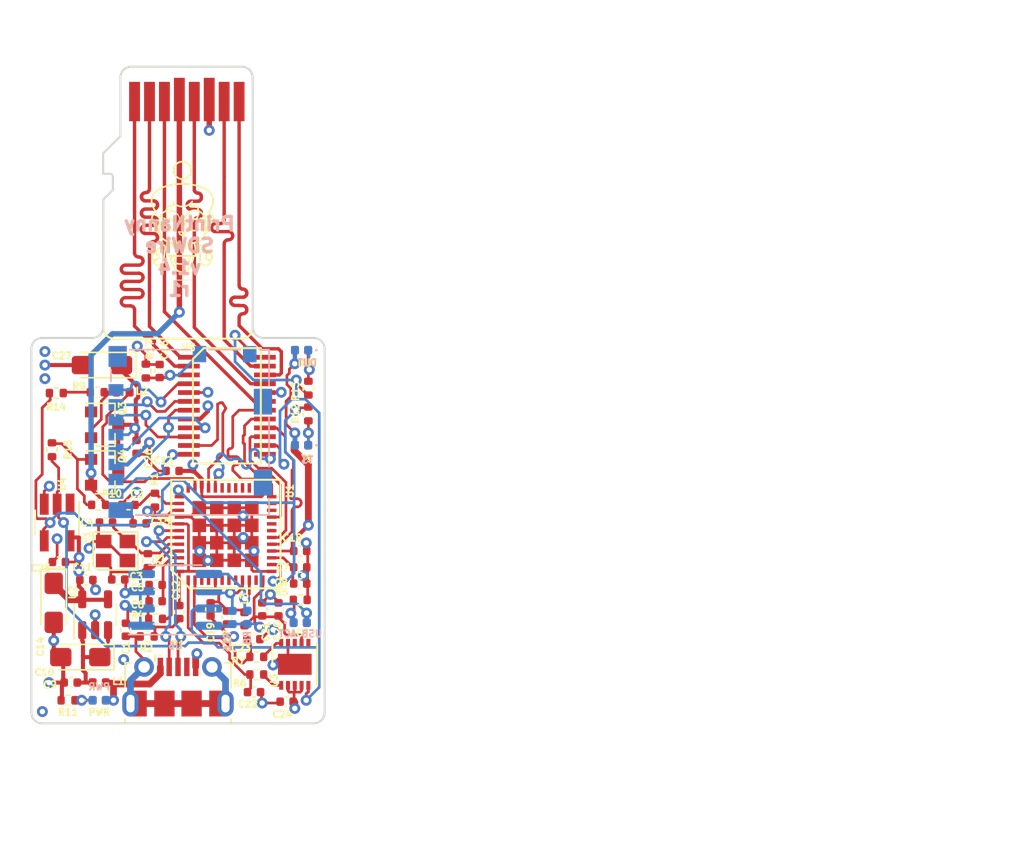
<source format=kicad_pcb>
(kicad_pcb (version 20211014) (generator pcbnew)
  (title_block (title "PrintNanny SDWire") (date "2022-08-23") (rev "1.4 r1") (company "Bitsy AI Labs LLC") (comment 1 "Modified by: Jason Zaman <jason@perfinion.com>") (comment 2 "Copyright (c) 2022 Bitsy AI Labs LLC. All Rights Reserved") (comment 3 "Author: Adam Malinowski <a.malinowsk2@partner.samsung.com>") (comment 4 "Copyright (c) 2016 Samsung Electronics Co., Ltd All Rights Reserved"))
  (layers (0 "F.Cu" signal) (1 "In1.Cu" power) (2 "In2.Cu" power) (31 "B.Cu" signal) (34 "B.Paste" user) (35 "F.Paste" user) (36 "B.SilkS" user "B.Silkscreen") (37 "F.SilkS" user "F.Silkscreen") (38 "B.Mask" user) (39 "F.Mask" user) (44 "Edge.Cuts" user))
  (net 0 "")
  (net 1 "GND")
  (net 2 "Net-(C1-Pad1)")
  (net 3 "/~{RESET}")
  (net 4 "Net-(C3-Pad1)")
  (net 5 "Net-(C4-Pad1)")
  (net 6 "Net-(C5-Pad1)")
  (net 7 "Net-(C7-Pad1)")
  (net 8 "Net-(C10-Pad1)")
  (net 9 "+3V3")
  (net 10 "Net-(C12-Pad1)")
  (net 11 "/USB_B-")
  (net 12 "/USB_B+")
  (net 13 "/USD_VDD")
  (net 14 "Net-(D1-Pad1)")
  (net 15 "Net-(D1-Pad2)")
  (net 16 "/DAT1_DUT")
  (net 17 "/DAT0_DUT")
  (net 18 "/CLK_DUT")
  (net 19 "/VDD_DUT")
  (net 20 "/CMD_DUT")
  (net 21 "/DAT3_DUT")
  (net 22 "/DAT2_DUT")
  (net 23 "/VDD")
  (net 24 "/VDD_TS")
  (net 25 "Net-(L2-Pad2)")
  (net 26 "/USB_UP-")
  (net 27 "/USB_UP+")
  (net 29 "/SOCKET_SEL")
  (net 30 "Net-(R4-Pad1)")
  (net 31 "Net-(R6-Pad1)")
  (net 32 "Net-(R7-Pad1)")
  (net 34 "/DAT2_TS")
  (net 35 "/DAT3_TS")
  (net 42 "/CMD_TS")
  (net 45 "/CLK_TS")
  (net 48 "/DAT0_TS")
  (net 49 "/DAT1_TS")
  (net 50 "/~{CD_TS}")
  (net 58 "Net-(D2-Pad1)")
  (net 59 "Net-(D3-Pad1)")
  (net 60 "Net-(D4-Pad1)")
  (net 61 "Net-(Q4-Pad1)")
  (net 62 "Net-(Q3-Pad1)")
  (net 63 "Net-(R16-Pad2)")
  (net 64 "Net-(R8-Pad2)")
  (net 67 "Net-(C16-Pad1)")
  (net 68 "/DAT2_USD")
  (net 69 "/DAT3_USD")
  (net 70 "/CMD_USD")
  (net 71 "/CLK_USD")
  (net 72 "/DAT0_USD")
  (net 73 "/DAT1_USD")
  (footprint "Capacitor_SMD:C_0402_1005Metric" (layer "F.Cu") (at 143.3576 126.2 90)
    (fp_text reference "C1")
    (fp_text value "100nF/16V")
  )
  (footprint "Capacitor_SMD:C_0402_1005Metric" (layer "F.Cu") (at 143.55 117 180)
    (fp_text reference "C2")
    (fp_text value "100nF/16V")
  )
  (footprint "Capacitor_SMD:C_0402_1005Metric" (layer "F.Cu") (at 142.8 122.5)
    (fp_text reference "C3")
    (fp_text value "33p/50V")
  )
  (footprint "Capacitor_SMD:C_0402_1005Metric" (layer "F.Cu") (at 141.9 118.3 180)
    (fp_text reference "C4")
    (fp_text value "33p/50V")
  )
  (footprint "Capacitor_SMD:C_0402_1005Metric" (layer "F.Cu") (at 145.55 122.9 180)
    (fp_text reference "C5")
    (fp_text value "1uF/16V")
  )
  (footprint "Capacitor_SMD:C_0402_1005Metric" (layer "F.Cu") (at 156.2 121.6)
    (fp_text reference "C7")
    (fp_text value "1uF/16V")
  )
  (footprint "Capacitor_SMD:C_0402_1005Metric" (layer "F.Cu") (at 156.2 122.8)
    (fp_text reference "C8")
    (fp_text value "100nF/16V")
  )
  (footprint "Capacitor_Tantalum_SMD:CP_EIA-3216-18_Kemet-A_Pad1.58x1.35mm_HandSolder" (layer "F.Cu") (at 140.0048 128.2192 180)
    (fp_text reference "C10")
    (fp_text value "10uF/10V")
  )
  (footprint "Capacitor_SMD:C_0402_1005Metric" (layer "F.Cu") (at 140.45 122.5296)
    (fp_text reference "C11")
    (fp_text value "100nF/16V")
  )
  (footprint "Capacitor_SMD:C_0402_1005Metric" (layer "F.Cu") (at 147.3 124.9 -90)
    (fp_text reference "C12")
    (fp_text value "100nF/16V")
  )
  (footprint "Capacitor_SMD:C_0402_1005Metric" (layer "F.Cu") (at 146.8 114.5 180)
    (fp_text reference "C13")
    (fp_text value "100nF/16V")
  )
  (footprint "Capacitor_Tantalum_SMD:CP_EIA-3216-18_Kemet-A_Pad1.58x1.35mm_HandSolder" (layer "F.Cu") (at 138.0473 124.219726 -90)
    (fp_text reference "C14")
    (fp_text value "10uF/10V")
  )
  (footprint "Capacitor_SMD:C_0402_1005Metric" (layer "F.Cu") (at 144.3736 118.364 180)
    (fp_text reference "C15")
    (fp_text value "100nF/16V")
  )
  (footprint "Capacitor_SMD:C_0402_1005Metric" (layer "F.Cu") (at 150.8 125.3 -90)
    (fp_text reference "C17")
    (fp_text value "100nF/16V")
  )
  (footprint "Capacitor_SMD:C_0402_1005Metric" (layer "F.Cu") (at 156.2 120.4)
    (fp_text reference "C18")
    (fp_text value "100nF/16V")
  )
  (footprint "Capacitor_SMD:C_0402_1005Metric" (layer "F.Cu") (at 154.6 124.7 90)
    (fp_text reference "C20")
    (fp_text value "100nF/16V")
  )
  (footprint "Capacitor_SMD:C_0402_1005Metric" (layer "F.Cu") (at 153.4 124.7 90)
    (fp_text reference "C21")
    (fp_text value "1uF/16V")
  )
  (footprint "Capacitor_SMD:C_0402_1005Metric" (layer "F.Cu") (at 152.8 130.8)
    (fp_text reference "C22")
    (fp_text value "47pF")
  )
  (footprint "Capacitor_SMD:C_0402_1005Metric" (layer "F.Cu") (at 152.75 126.9)
    (fp_text reference "C23")
    (fp_text value "47pF")
  )
  (footprint "Capacitor_SMD:C_0402_1005Metric" (layer "F.Cu") (at 155.2 131.5 180)
    (fp_text reference "C24")
    (fp_text value "100nF/16V")
  )
  (footprint "Capacitor_SMD:C_0402_1005Metric" (layer "F.Cu") (at 138.43 121.2088 180)
    (fp_text reference "C25")
    (fp_text value "100nF/16V")
  )
  (footprint "Capacitor_SMD:C_0402_1005Metric" (layer "F.Cu") (at 144.145 112.7252 -90)
    (fp_text reference "C26")
    (fp_text value "100nF/16V")
  )
  (footprint "Capacitor_Tantalum_SMD:CP_EIA-3216-18_Kemet-A_Pad1.58x1.35mm_HandSolder" (layer "F.Cu") (at 141.6 106.7 180)
    (fp_text reference "C27")
    (fp_text value "10uF/10V")
  )
  (footprint "LED_SMD:LED_0402_1005Metric" (layer "F.Cu") (at 156.2 125.6792)
    (fp_text reference "D1")
    (fp_text value "OSB50402C1E")
  )
  (footprint "connectors:usd" (layer "F.Cu") (at 144 87.28)
    (fp_text reference "J1" hide)
    (fp_text value "usd-plug" hide)
  )
  (footprint "Inductor_SMD:L_0402_1005Metric" (layer "F.Cu") (at 141.3973 130.094726)
    (fp_text reference "L1")
    (fp_text value "BLM15PD121SN1D")
  )
  (footprint "Inductor_SMD:L_0402_1005Metric" (layer "F.Cu") (at 143.15 108.7)
    (fp_text reference "L2")
    (fp_text value "BLM15PD121SN1D")
  )
  (footprint "Connector_USB:USB_Micro-B_Molex-105017-0001" (layer "F.Cu") (at 147.2 130.4036)
    (fp_text reference "P1")
    (fp_text value "USB_OTG_MICRO_USB")
  )
  (footprint "TO_SOT_Packages_SMD:SOT-23" (layer "F.Cu") (at 141.8 111.1)
    (fp_text reference "Q3")
    (fp_text value "MMBT4403LT1")
  )
  (footprint "TO_SOT_Packages_SMD:SOT-23" (layer "F.Cu") (at 141.8 114.6)
    (fp_text reference "Q4")
    (fp_text value "MMBT4403LT1")
  )
  (footprint "Resistor_SMD:R_0402_1005Metric" (layer "F.Cu") (at 145.5 116.65 90)
    (fp_text reference "R1")
    (fp_text value "10K")
  )
  (footprint "Resistor_SMD:R_0402_1005Metric" (layer "F.Cu") (at 144.9324 126.6952)
    (fp_text reference "R2")
    (fp_text value "10K")
  )
  (footprint "Resistor_SMD:R_0402_1005Metric" (layer "F.Cu") (at 144.9832 121.1072 -90)
    (fp_text reference "R3")
    (fp_text value "1M")
  )
  (footprint "Resistor_SMD:R_0402_1005Metric" (layer "F.Cu") (at 145.55 125.4 180)
    (fp_text reference "R4")
    (fp_text value "12k 1%")
  )
  (footprint "Resistor_SMD:R_0402_1005Metric" (layer "F.Cu") (at 156.2 124)
    (fp_text reference "R5")
    (fp_text value "330R")
  )
  (footprint "Resistor_SMD:R_0402_1005Metric" (layer "F.Cu") (at 153 129.5 180)
    (fp_text reference "R6")
    (fp_text value "27R")
  )
  (footprint "Resistor_SMD:R_0402_1005Metric" (layer "F.Cu") (at 153 128.2 180)
    (fp_text reference "R7")
    (fp_text value "27R")
  )
  (footprint "Resistor_SMD:R_0402_1005Metric" (layer "F.Cu") (at 141.25 108.7)
    (fp_text reference "R9")
    (fp_text value "10K")
  )
  (footprint "Resistor_SMD:R_0402_1005Metric" (layer "F.Cu") (at 141.35 117)
    (fp_text reference "R10")
    (fp_text value "10K")
  )
  (footprint "mux-footprints:QFN-48-1EP_7x7mm_Pitch0.5mm" (layer "F.Cu") (at 150.7 119.15 90)
    (fp_text reference "U1")
    (fp_text value "USB2640-HZH-02")
  )
  (footprint "Package_DFN_QFN:DFN-10-1EP_3x3mm_P0.5mm_EP1.55x2.48mm" (layer "F.Cu") (at 155.8 128.75 90)
    (fp_text reference "U3")
    (fp_text value "FT200XD")
  )
  (footprint "Package_TO_SOT_SMD:SOT-23-5_HandSoldering" (layer "F.Cu") (at 138.3 118.3 -90)
    (fp_text reference "U4")
    (fp_text value "MC74HC1G04DTT1G")
  )
  (footprint "mux-footprints:TSSOP-24" (layer "F.Cu") (at 150.8 109.7 -90)
    (fp_text reference "U5")
    (fp_text value "TS3A27518EPWR")
  )
  (footprint "Package_TO_SOT_SMD:SOT-23-5" (layer "F.Cu") (at 141.0973 125.094726 90)
    (fp_text reference "U2")
    (fp_text value "SPX3819M5")
  )
  (footprint "Resistor_SMD:R_0402_1005Metric" (layer "F.Cu") (at 139.1 131.4 180)
    (fp_text reference "R11")
    (fp_text value "1K")
  )
  (footprint "Resistor_SMD:R_0402_1005Metric" (layer "F.Cu") (at 156.8 110.3 90)
    (fp_text reference "R12")
    (fp_text value "1K")
  )
  (footprint "Resistor_SMD:R_0402_1005Metric" (layer "F.Cu") (at 156.8 108.4 -90)
    (fp_text reference "R13")
    (fp_text value "1K")
  )
  (footprint "LED_SMD:LED_0402_1005Metric" (layer "F.Cu") (at 141.4 131.4)
    (fp_text reference "D2")
    (fp_text value "RED")
  )
  (footprint "LED_SMD:LED_0402_1005Metric" (layer "F.Cu") (at 156.3 112.6 180)
    (fp_text reference "D3")
    (fp_text value "BLUE")
  )
  (footprint "LED_SMD:LED_0402_1005Metric" (layer "F.Cu") (at 156.3 105.6 180)
    (fp_text reference "D4")
    (fp_text value "GREEN")
  )
  (footprint "mux-footprints:VIA_0408" (layer "F.Cu") (at 145.1 112.4)
    (fp_text reference "REF**" hide)
    (fp_text value "VIA_0408" hide)
  )
  (footprint "mux-footprints:VIA_0408" (layer "F.Cu") (at 137.4 105.7)
    (fp_text reference "REF**" hide)
    (fp_text value "VIA_0408" hide)
  )
  (footprint "mux-footprints:VIA_0408" (layer "F.Cu") (at 137.4 106.7)
    (fp_text reference "REF**" hide)
    (fp_text value "VIA_0408" hide)
  )
  (footprint "mux-footprints:VIA_0408" (layer "F.Cu") (at 137.4 107.7)
    (fp_text reference "REF**" hide)
    (fp_text value "VIA_0408" hide)
  )
  (footprint "mux-footprints:VIA_0408" (layer "F.Cu") (at 144.2 105.3)
    (fp_text reference "REF**" hide)
    (fp_text value "VIA_0408" hide)
  )
  (footprint "mux-footprints:VIA_0408" (layer "F.Cu") (at 143.3 123.5)
    (fp_text reference "REF**" hide)
    (fp_text value "VIA_0408" hide)
  )
  (footprint "mux-footprints:VIA_0408" (layer "F.Cu") (at 143.3 124.4)
    (fp_text reference "REF**" hide)
    (fp_text value "VIA_0408" hide)
  )
  (footprint "mux-footprints:VIA_0408" (layer "F.Cu") (at 143.2 128.4)
    (fp_text reference "REF**" hide)
    (fp_text value "VIA_0408" hide)
  )
  (footprint "mux-footprints:VIA_0408" (layer "F.Cu") (at 148.59 127.9652)
    (fp_text reference "REF**" hide)
    (fp_text value "VIA_0408" hide)
  )
  (footprint "mux-footprints:VIA_0408" (layer "F.Cu") (at 151.3 126.7)
    (fp_text reference "REF**" hide)
    (fp_text value "VIA_0408" hide)
  )
  (footprint "mux-footprints:VIA_0408" (layer "F.Cu") (at 154.2 126.2)
    (fp_text reference "REF**" hide)
    (fp_text value "VIA_0408" hide)
  )
  (footprint "mux-footprints:VIA_0408" (layer "F.Cu") (at 154.2 128.8)
    (fp_text reference "REF**" hide)
    (fp_text value "VIA_0408" hide)
  )
  (footprint "mux-footprints:VIA_0408" (layer "F.Cu") (at 153.4 131.6)
    (fp_text reference "REF**" hide)
    (fp_text value "VIA_0408" hide)
  )
  (footprint "mux-footprints:VIA_0408" (layer "F.Cu") (at 152.8 120.4)
    (fp_text reference "REF**" hide)
    (fp_text value "VIA_0408" hide)
  )
  (footprint "mux-footprints:VIA_0408" (layer "F.Cu") (at 152 119.4)
    (fp_text reference "REF**" hide)
    (fp_text value "VIA_0408" hide)
  )
  (footprint "mux-footprints:VIA_0408" (layer "F.Cu") (at 149.4 121.1)
    (fp_text reference "REF**" hide)
    (fp_text value "VIA_0408" hide)
  )
  (footprint "mux-footprints:VIA_0408" (layer "F.Cu") (at 148.8 120.4)
    (fp_text reference "REF**" hide)
    (fp_text value "VIA_0408" hide)
  )
  (footprint "mux-footprints:Crystal_SMD_2520-4pin_2.5x2.0mm" (layer "F.Cu") (at 142.6 120.4)
    (fp_text reference "Y1")
    (fp_text value "24MHz")
  )
  (footprint "mux-footprints:VIA_0408" (layer "F.Cu") (at 137.72 115.62)
    (fp_text reference "REF**" hide)
    (fp_text value "VIA_0408" hide)
  )
  (footprint "Resistor_SMD:R_0402_1005Metric" (layer "F.Cu") (at 137.92 112.94 -90)
    (fp_text reference "R15")
    (fp_text value "1K")
  )
  (footprint "Resistor_SMD:R_0402_1005Metric" (layer "F.Cu") (at 138.24 108.76 180)
    (fp_text reference "R14")
    (fp_text value "1K")
  )
  (footprint "Inductor_SMD:L_0402_1005Metric" (layer "F.Cu") (at 152.1 125.4 90)
    (fp_text reference "L3")
    (fp_text value "BLM15PD121SN1D")
  )
  (footprint "Capacitor_SMD:C_0402_1005Metric" (layer "F.Cu") (at 149.6 124.7 -90)
    (fp_text reference "C19")
    (fp_text value "1uF/16V")
  )
  (footprint "Capacitor_SMD:C_0402_1005Metric" (layer "F.Cu") (at 145.55 124.1 180)
    (fp_text reference "C6")
    (fp_text value "100nF/16V")
  )
  (footprint "Capacitor_SMD:C_0402_1005Metric" (layer "F.Cu") (at 139.2973 130.094726 180)
    (fp_text reference "C9")
    (fp_text value "100nF/16V")
  )
  (footprint "" (layer "F.Cu") (at 151.9936 117.8052)
    (fp_text reference "REF**" hide)
    (fp_text value "")
  )
  (footprint "PrintNanny:print_nanny" (layer "F.Cu") (at 147.5232 96.0628)
    (fp_text reference "G***" hide)
    (fp_text value "LOGO" hide)
  )
  (footprint "Capacitor_SMD:C_0402_1005Metric" (layer "F.Cu") (at 145.8468 107.1372 90)
    (fp_text reference "C16")
    (fp_text value "100nF/16V")
  )
  (footprint "" (layer "F.Cu") (at 137.2108 132.2324)
    (fp_text reference "REF**" hide)
    (fp_text value "" hide)
  )
  (footprint "Resistor_SMD:R_0402_1005Metric" (layer "F.Cu") (at 144.8308 107.1372 90)
    (fp_text reference "R17")
    (fp_text value "10K")
  )
  (footprint "Connector_Card:microSD_HC_Molex_104031-0811" (layer "B.Cu") (at 148.082 111.633 -90)
    (fp_text reference "J2")
    (fp_text value "uSD Socket")
  )
  (footprint "LED_SMD:LED_0402_1005Metric" (layer "B.Cu") (at 141.4 131.4)
    (fp_text reference "D5")
    (fp_text value "RED")
  )
  (footprint "LED_SMD:LED_0402_1005Metric" (layer "B.Cu") (at 156.3 112.6 180)
    (fp_text reference "D7")
    (fp_text value "BLUE")
  )
  (footprint "LED_SMD:LED_0402_1005Metric" (layer "B.Cu") (at 156.3 105.6 180)
    (fp_text reference "D8")
    (fp_text value "GREEN")
  )
  (footprint "LED_SMD:LED_0402_1005Metric" (layer "B.Cu") (at 156.2 125.6792)
    (fp_text reference "D6")
    (fp_text value "OSB50402C1E")
  )
  (footprint "Resistor_SMD:R_0402_1005Metric" (layer "B.Cu") (at 151.2 125.3 90)
    (fp_text reference "R16")
    (fp_text value "10K")
  )
  (footprint "Package_SO:SOIC-8_3.9x4.9mm_P1.27mm" (layer "B.Cu") (at 147 124)
    (fp_text reference "U6")
    (fp_text value "AT24CS02-SSHM")
  )
  (footprint "Resistor_SMD:R_0402_1005Metric" (layer "B.Cu") (at 152.3 125.285 90)
    (fp_text reference "R8")
    (fp_text value "10K")
  )
  (gr_arc (start 152.695 103.95) (mid 152.460685 104.515685) (end 151.895 104.75) (layer "F.SilkS") (width 0.15))
  (gr_arc (start 142.5 104.75) (mid 141.934315 104.515685) (end 141.7 103.95) (layer "F.SilkS") (width 0.15))
  (gr_line (start 142.5 104.75) (end 151.895 104.75) (layer "F.SilkS") (width 0.15))
  (gr_arc (start 136.4 105.5) (mid 136.634315 104.934315) (end 137.2 104.7) (layer "Edge.Cuts") (width 0.15))
  (gr_arc (start 157.2 104.7) (mid 157.765685 104.934315) (end 158 105.5) (layer "Edge.Cuts") (width 0.15))
  (gr_line (start 136.4 105.5) (end 136.4 132.3) (layer "Edge.Cuts") (width 0.15))
  (gr_arc (start 137.2 133.1) (mid 136.634315 132.865685) (end 136.4 132.3) (layer "Edge.Cuts") (width 0.15))
  (gr_arc (start 158 132.3) (mid 157.765685 132.865685) (end 157.2 133.1) (layer "Edge.Cuts") (width 0.15))
  (gr_line (start 158 132.3) (end 158 105.5) (layer "Edge.Cuts") (width 0.15))
  (gr_line (start 140.9 104.7) (end 137.2 104.7) (layer "Edge.Cuts") (width 0.15))
  (gr_line (start 157.2 104.7) (end 153.5 104.7) (layer "Edge.Cuts") (width 0.15))
  (gr_line (start 141.7 98.9) (end 141.7 103.9) (layer "Edge.Cuts") (width 0.15))
  (gr_line (start 152.7 98.9) (end 152.7 103.9) (layer "Edge.Cuts") (width 0.15))
  (gr_line (start 141.7 94.5) (end 141.7 98.9) (layer "Edge.Cuts") (width 0.15))
  (gr_line (start 152.7 98.9) (end 152.7 85.5) (layer "Edge.Cuts") (width 0.15))
  (gr_arc (start 153.5 104.7) (mid 152.934315 104.465685) (end 152.7 103.9) (layer "Edge.Cuts") (width 0.15))
  (gr_arc (start 142.96 85.51) (mid 143.194315 84.944315) (end 143.76 84.71) (layer "Edge.Cuts") (width 0.15))
  (gr_line (start 137.2 133.1) (end 157.2 133.1) (layer "Edge.Cuts") (width 0.15))
  (gr_line (start 142.4 92.8) (end 142.4 93.8) (layer "Edge.Cuts") (width 0.15))
  (gr_arc (start 141.7 103.9) (mid 141.465685 104.465685) (end 140.9 104.7) (layer "Edge.Cuts") (width 0.15))
  (gr_arc (start 151.89 84.71) (mid 152.458614 84.937244) (end 152.7 85.5) (layer "Edge.Cuts") (width 0.15))
  (gr_line (start 142.4 93.8) (end 141.7 94.5) (layer "Edge.Cuts") (width 0.15))
  (gr_line (start 151.89 84.71) (end 143.76 84.71) (layer "Edge.Cuts") (width 0.15))
  (gr_line (start 141.69 91.1) (end 141.69 92.6) (layer "Edge.Cuts") (width 0.15))
  (gr_line (start 141.69 92.6) (end 142.19 92.6) (layer "Edge.Cuts") (width 0.15))
  (gr_line (start 142.96 89.83) (end 142.96 85.51) (layer "Edge.Cuts") (width 0.15))
  (gr_arc (start 142.190012 92.60025) (mid 142.337845 92.655091) (end 142.4 92.8) (layer "Edge.Cuts") (width 0.15))
  (gr_line (start 142.96 89.83) (end 141.69 91.1) (layer "Edge.Cuts") (width 0.15))
  (gr_text "PrintNanny\nSDWire\nv1.4\nr1" (at 147.3 98.7044) (layer "B.SilkS") (effects (font (size 1 1) (thickness 0.25)) (justify mirror)))
  (segment (start 137.705274 130.094726) (end 137.7 130.1) (width 0.3) (layer "F.Cu") (net 1))
  (segment (start 147.3 117.9) (end 148.0875 117.9) (width 0.2) (layer "F.Cu") (net 1))
  (segment (start 151.7375 119.4) (end 151.34375 119.79375) (width 0.2) (layer "F.Cu") (net 1))
  (segment (start 145.5 126.2) (end 145.5 126) (width 0.2) (layer "F.Cu") (net 1))
  (segment (start 141.35 119.325) (end 141.725 119.7) (width 0.2) (layer "F.Cu") (net 1))
  (segment (start 150.05625 119.79375) (end 151.34375 119.79375) (width 0.2) (layer "F.Cu") (net 1))
  (segment (start 150.05625 118.50625) (end 150.05625 119.79375) (width 0.2) (layer "F.Cu") (net 1))
  (segment (start 140.225 106.7) (end 137.4 106.7) (width 0.3) (layer "F.Cu") (net 1))
  (segment (start 145.5 126.7) (end 145.5 126.2) (width 0.2) (layer "F.Cu") (net 1))
  (segment (start 138.7473 130.094726) (end 137.705274 130.094726) (width 0.3) (layer "F.Cu") (net 1))
  (segment (start 156.42 128.3625) (end 154.6375 128.3625) (width 0.3) (layer "F.Cu") (net 1))
  (segment (start 145 125.3) (end 145.1 125.4) (width 0.2) (layer "F.Cu") (net 1))
  (segment (start 156.75 121.6) (end 156.75 122.2) (width 0.2) (layer "F.Cu") (net 1))
  (segment (start 145.75 114.5) (end 145.1 113.85) (width 0.2) (layer "F.Cu") (net 1))
  (segment (start 148.8 121.05) (end 148.76875 121.08125) (width 0.2) (layer "F.Cu") (net 1))
  (segment (start 145.1 125.9) (end 145.1 125.4) (width 0.2) (layer "F.Cu") (net 1))
  (segment (start 143.85 117.85) (end 143 117) (width 0.2) (layer "F.Cu") (net 1))
  (segment (start 141.725 119.7) (end 140.95 119.7) (width 0.2) (layer "F.Cu") (net 1))
  (segment (start 150.05625 117.21875) (end 151.34375 117.21875) (width 0.2) (layer "F.Cu") (net 1))
  (segment (start 156.75 120.4) (end 156.75 121.6) (width 0.2) (layer "F.Cu") (net 1))
  (segment (start 145 122.9) (end 145 123.5) (width 0.2) (layer "F.Cu") (net 1))
  (segment (start 138.0473 127.6367) (end 138.6298 128.2192) (width 0.3) (layer "F.Cu") (net 1))
  (segment (start 151 126.7) (end 151.3 126.7) (width 0.2) (layer "F.Cu") (net 1))
  (segment (start 148.1625 117.9) (end 148.76875 118.50625) (width 0.2) (layer "F.Cu") (net 1))
  (segment (start 152.63125 118.50625) (end 152.63125 119.79375) (width 0.2) (layer "F.Cu") (net 1))
  (segment (start 151.34375 118.50625) (end 152.63125 118.50625) (width 0.2) (layer "F.Cu") (net 1))
  (segment (start 153.35 130.8) (end 153.35 131.55) (width 0.2) (layer "F.Cu") (net 1))
  (segment (start 154 126.2) (end 153.3 126.9) (width 0.2) (layer "F.Cu") (net 1))
  (segment (start 138.7473 128.3367) (end 138.6298 128.2192) (width 0.3) (layer "F.Cu") (net 1))
  (segment (start 156.75 123.9) (end 156.65 124) (width 0.2) (layer "F.Cu") (net 1))
  (segment (start 143.5 125.65) (end 143.5 124.6) (width 0.2) (layer "F.Cu") (net 1))
  (segment (start 147.3 125.45) (end 147.3 125.5) (width 0.2) (layer "F.Cu") (net 1))
  (segment (start 154.1 121.9) (end 152.75 121.9) (width 0.2) (layer "F.Cu") (net 1))
  (segment (start 154.2 128.8) (end 156.0825 128.8) (width 0.3) (layer "F.Cu") (net 1))
  (segment (start 149.38125 121.08125) (end 149.4 121.1) (width 0.2) (layer "F.Cu") (net 1))
  (segment (start 145.1 113.2484) (end 145.1 112.4) (width 0.2) (layer "F.Cu") (net 1))
  (segment (start 143.85 117.85) (end 143.85 118.3) (width 0.2) (layer "F.Cu") (net 1))
  (segment (start 154.775 108.725) (end 154.8 108.7) (width 0.2) (layer "F.Cu") (net 1))
  (segment (start 145 123.5) (end 145 124.1) (width 0.2) (layer "F.Cu") (net 1))
  (segment (start 145.0732 113.2752) (end 145.1 113.2484) (width 0.2) (layer "F.Cu") (net 1))
  (segment (start 138.0473 127) (end 138.0473 127.6367) (width 0.3) (layer "F.Cu") (net 1))
  (segment (start 155.3 128.2425) (end 155.18 128.3625) (width 0.2) (layer "F.Cu") (net 1))
  (segment (start 150.8 125.85) (end 150.75 125.85) (width 0.2) (layer "F.Cu") (net 1))
  (segment (start 154.05 123.6) (end 154.6 124.15) (width 0.2) (layer "F.Cu") (net 1))
  (segment (start 145 124.1) (end 145 125.3) (width 0.2) (layer "F.Cu") (net 1))
  (segment (start 138.0473 125.594726) (end 138.0473 127) (width 0.3) (layer "F.Cu") (net 1))
  (segment (start 137.35 115.99) (end 137.72 115.62) (width 0.2) (layer "F.Cu") (net 1))
  (segment (start 156.43123 122.2) (end 156.427624 122.203606) (width 0.2) (layer "F.Cu") (net 1))
  (segment (start 153.35 131.55) (end 153.4 131.6) (width 0.2) (layer "F.Cu") (net 1))
  (segment (start 140.65271 119.99729) (end 140.65271 120.20001) (width 0.2) (layer "F.Cu") (net 1))
  (segment (start 143.922 116.078) (end 144.1704 116.078) (width 0.2) (layer "F.Cu") (net 1))
  (segment (start 143.35 122.5) (end 143.35 123.45) (width 0.2) (layer "F.Cu") (net 1))
  (segment (start 138.65 130.192026) (end 138.7473 130.094726) (width 0.3) (layer "F.Cu") (net 1))
  (segment (start 145.2 126) (end 145.1 125.9) (width 0.2) (layer "F.Cu") (net 1))
  (segment (start 138.7473 130.094726) (end 138.7473 128.3367) (width 0.3) (layer "F.Cu") (net 1))
  (segment (start 148.76875 121.08125) (end 148.76875 119.79375) (width 0.2) (layer "F.Cu") (net 1))
  (segment (start 144.8608 106.6572) (end 144.8308 106.6272) (width 0.2) (layer "F.Cu") (net 1))
  (segment (start 152.63125 117.21875) (end 152.63125 118.50625) (width 0.2) (layer "F.Cu") (net 1))
  (segment (start 156.75 120.4) (end 156.75 119.85) (width 0.3) (layer "F.Cu") (net 1))
  (segment (start 144.145 113.2752) (end 145.0732 113.2752) (width 0.2) (layer "F.Cu") (net 1))
  (segment (start 148.76875 120.36875) (end 148.8 120.4) (width 0.2) (layer "F.Cu") (net 1))
  (segment (start 148 108.725) (end 149.375 108.725) (width 0.2) (layer "F.Cu") (net 1))
  (segment (start 141.725 119.7) (end 141.940002 119.7) (width 0.2) (layer "F.Cu") (net 1))
  (segment (start 143.340002 121.1) (end 143.475 121.1) (width 0.2) (layer "F.Cu") (net 1))
  (segment (start 150.0375 121.1) (end 150.05625 121.08125) (width 0.2) (layer "F.Cu") (net 1))
  (segment (start 143.5 124.6) (end 143.3 124.4) (width 0.2) (layer "F.Cu") (net 1))
  (segment (start 143 117) (end 143.922 116.078) (width 0.2) (layer "F.Cu") (net 1))
  (segment (start 149.5 87.13) (end 149.5 89.4) (width 0.4) (layer "F.Cu") (net 1))
  (segment (start 152 119.4) (end 151.7375 119.4) (width 0.2) (layer "F.Cu") (net 1))
  (segment (start 153.6 108.725) (end 154.775 108.725) (width 0.2) (layer "F.Cu") (net 1))
  (segment (start 138.3 120.8588) (end 138.3 119.5) (width 0.2) (layer "F.Cu") (net 1))
  (segment (start 148.5 128.0552) (end 148.59 127.9652) (width 0.5) (layer "F.Cu") (net 1))
  (segment (start 153.4 131.6) (end 154.55 131.6) (width 0.2) (layer "F.Cu") (net 1))
  (segment (start 145.1 113.85) (end 145.1 113.2484) (width 0.2) (layer "F.Cu") (net 1))
  (segment (start 141.0973 126.194726) (end 141.0973 125.1027) (width 0.3) (layer "F.Cu") (net 1))
  (segment (start 146.8 126) (end 145.5 126) (width 0.2) (layer "F.Cu") (net 1))
  (segment (start 154 123.6) (end 154.05 123.6) (width 0.2) (layer "F.Cu") (net 1))
  (segment (start 154.2 126.2) (end 154 126.2) (width 0.2) (layer "F.Cu") (net 1))
  (segment (start 153.45 124.15) (end 154 123.6) (width 0.2) (layer "F.Cu") (net 1))
  (segment (start 140.93 123.058855) (end 141.126371 123.255226) (width 0.2) (layer "F.Cu") (net 1))
  (segment (start 155.18 128.3625) (end 155.18 129.1375) (width 0.2) (layer "F.Cu") (net 1))
  (segment (start 148.76875 119.79375) (end 150.05625 119.79375) (width 0.2) (layer "F.Cu") (net 1))
  (segment (start 155.3 127.2) (end 155.3 128.2425) (width 0.2) (layer "F.Cu") (net 1))
  (segment (start 152.63125 121.08125) (end 152.63125 119.79375) (width 0.2) (layer "F.Cu") (net 1))
  (segment (start 148.76875 118.50625) (end 148.76875 119.79375) (width 0.2) (layer "F.Cu") (net 1))
  (segment (start 148.5 128.9411) (end 148.5 128.0552) (width 0.5) (layer "F.Cu") (net 1))
  (segment (start 152.75 121.9) (end 152.63125 121.78125) (width 0.2) (layer "F.Cu") (net 1))
  (segment (start 149.6 125.25) (end 149.6 125.3) (width 0.2) (layer "F.Cu") (net 1))
  (segment (start 141.35 118.3) (end 141.35 119.325) (width 0.2) (layer "F.Cu") (net 1))
  (segment (start 150.75 125.85) (end 150.45 126.15) (width 0.2) (layer "F.Cu") (net 1))
  (segment (start 152.63125 119.79375) (end 151.34375 119.79375) (width 0.2) (layer "F.Cu") (net 1))
  (segment (start 151.34375 121.08125) (end 152.63125 121.08125) (width 0.2) (layer "F.Cu") (net 1))
  (segment (start 156.75 122.8) (end 156.75 123.9) (width 0.2) (layer "F.Cu") (net 1))
  (segment (start 145.5 126) (end 145.2 126) (width 0.2) (layer "F.Cu") (net 1))
  (segment (start 149.4 121.1) (end 150.0375 121.1) (width 0.2) (layer "F.Cu") (net 1))
  (segment (start 154.55 131.6) (end 154.65 131.5) (width 0.2) (layer "F.Cu") (net 1))
  (segment (start 149.375 108.725) (end 149.4 108.7) (width 0.2) (layer "F.Cu") (net 1))
  (segment (start 144.8308 106.6272) (end 144.8308 105.9308) (width 0.2) (layer "F.Cu") (net 1))
  (segment (start 156.75 119.85) (end 156.7 119.8) (width 0.3) (layer "F.Cu") (net 1))
  (segment (start 140.95 119.7) (end 140.65271 119.99729) (width 0.2) (layer "F.Cu") (net 1))
  (segment (start 140.93 122.5296) (end 140.93 123.058855) (width 0.2) (layer "F.Cu") (net 1))
  (segment (start 151.34375 118.50625) (end 151.34375 119.79375) (width 0.2) (layer "F.Cu") (net 1))
  (segment (start 141.940002 119.7) (end 143.340002 121.1) (width 0.2) (layer "F.Cu") (net 1))
  (segment (start 143.3 123.5) (end 145 123.5) (width 0.2) (layer "F.Cu") (net 1))
  (segment (start 137.95 121.2088) (end 138.3 120.8588) (width 0.2) (layer "F.Cu") (net 1))
  (segment (start 156.75 122.2) (end 156.75 122.8) (width 0.2) (layer "F.Cu") (net 1))
  (segment (start 148.0875 117.9) (end 148.76875 117.21875) (width 0.2) (layer "F.Cu") (net 1))
  (segment (start 149.6 125.3) (end 150.45 126.15) (width 0.2) (layer "F.Cu") (net 1))
  (segment (start 150.05625 118.50625) (end 151.34375 118.50625) (width 0.2) (layer "F.Cu") (net 1))
  (segment (start 152.63125 121.78125) (end 152.63125 121.08125) (width 0.2) (layer "F.Cu") (net 1))
  (segment (start 148.76875 117.21875) (end 150.05625 117.21875) (width 0.2) (layer "F.Cu") (net 1))
  (segment (start 156.7 119.8) (end 156.644968 119.8) (width 0.3) (layer "F.Cu") (net 1))
  (segment (start 145.8468 106.6572) (end 144.8608 106.6572) (width 0.2) (layer "F.Cu") (net 1))
  (segment (start 141.0973 125.1027) (end 141.1 125.1) (width 0.3) (layer "F.Cu") (net 1))
  (segment (start 153.4 124.15) (end 153.45 124.15) (width 0.2) (layer "F.Cu") (net 1))
  (segment (start 148.76875 121.08125) (end 149.38125 121.08125) (width 0.2) (layer "F.Cu") (net 1))
  (segment (start 148.0875 117.9) (end 148.1625 117.9) (width 0.2) (layer "F.Cu") (net 1))
  (segment (start 150.45 126.15) (end 151 126.7) (width 0.2) (layer "F.Cu") (net 1))
  (segment (start 151.34375 121.08125) (end 151.34375 119.79375) (width 0.2) (layer "F.Cu") (net 1))
  (segment (start 143.35 123.45) (end 143.3 123.5) (width 0.2) (layer "F.Cu") (net 1))
  (segment (start 146.25 114.5) (end 145.75 114.5) (width 0.2) (layer "F.Cu") (net 1))
  (segment (start 148.76875 119.79375) (end 148.76875 120.36875) (width 0.2) (layer "F.Cu") (net 1))
  (segment (start 156.75 122.2) (end 156.43123 122.2) (width 0.2) (layer "F.Cu") (net 1))
  (segment (start 147.3 125.5) (end 146.8 126) (width 0.2) (layer "F.Cu") (net 1))
  (segment (start 154.6375 128.3625) (end 154.2 128.8) (width 0.3) (layer "F.Cu") (net 1))
  (segment (start 138.65 131.4) (end 138.65 130.192026) (width 0.3) (layer "F.Cu") (net 1))
  (segment (start 150.05625 121.08125) (end 151.34375 121.08125) (width 0.2) (layer "F.Cu") (net 1))
  (segment (start 151.34375 117.21875) (end 152.63125 117.21875) (width 0.2) (layer "F.Cu") (net 1))
  (segment (start 137.35 117.2) (end 137.35 115.99) (width 0.2) (layer "F.Cu") (net 1))
  (segment (start 148.76875 118.50625) (end 150.05625 118.50625) (width 0.2) (layer "F.Cu") (net 1))
  (segment (start 144.8308 105.9308) (end 144.2 105.3) (width 0.2) (layer "F.Cu") (net 1))
  (segment (start 148.8 120.4) (end 148.8 121.05) (width 0.2) (layer "F.Cu") (net 1))
  (segment (start 150.05625 119.79375) (end 150.05625 121.08125) (width 0.2) (layer "F.Cu") (net 1))
  (via (at 149.5 89.4) (size 0.8) (drill 0.4) (layers "F.Cu" "B.Cu") (net 1))
  (via (at 154.8 108.7) (size 0.8) (drill 0.4) (layers "F.Cu" "B.Cu") (net 1))
  (via (at 144.1704 116.078) (size 0.8) (drill 0.4) (layers "F.Cu" "B.Cu") (net 1))
  (via (at 149.4 108.7) (size 0.8) (drill 0.4) (layers "F.Cu" "B.Cu") (net 1))
  (via (at 156.427624 122.203606) (size 0.8) (drill 0.4) (layers "F.Cu" "B.Cu") (net 1))
  (via (at 138.3 119.5) (size 0.8) (drill 0.4) (layers "F.Cu" "B.Cu") (net 1))
  (via (at 138.0473 127) (size 0.8) (drill 0.4) (layers "F.Cu" "B.Cu") (net 1))
  (via (at 137.7 130.1) (size 0.8) (drill 0.4) (layers "F.Cu" "B.Cu") (net 1))
  (via (at 141.1 125.1) (size 0.8) (drill 0.4) (layers "F.Cu" "B.Cu") (net 1))
  (via (at 140.65271 120.20001) (size 0.8) (drill 0.4) (layers "F.Cu" "B.Cu") (net 1))
  (via (at 141.126371 123.255226) (size 0.8) (drill 0.4) (layers "F.Cu" "B.Cu") (net 1))
  (via (at 156.644968 119.8) (size 0.8) (drill 0.4) (layers "F.Cu" "B.Cu") (net 1))
  (via (at 154 123.6) (size 0.8) (drill 0.4) (layers "F.Cu" "B.Cu") (net 1))
  (segment (start 143.535 124.635) (end 143.3 124.4) (width 0.2) (layer "B.Cu") (net 1))
  (segment (start 145.1 112.4) (end 143.472 114.028) (width 0.3) (layer "B.Cu") (net 1))
  (segment (start 148.415 124.635) (end 149.475 124.635) (width 0.2) (layer "B.Cu") (net 1))
  (segment (start 151.3 126.7) (end 148.671 126.7) (width 0.2) (layer "B.Cu") (net 1))
  (segment (start 148.209 124.841) (end 148.415 124.635) (width 0.2) (layer "B.Cu") (net 1))
  (segment (start 144.29 123.5) (end 144.425 123.365) (width 0.2) (layer "B.Cu") (net 1))
  (segment (start 148.671 126.7) (end 148.209 126.238) (width 0.2) (layer "B.Cu") (net 1))
  (segment (start 144.425 124.635) (end 143.535 124.635) (width 0.2) (layer "B.Cu") (net 1))
  (segment (start 144.425 123.365) (end 144.425 124.635) (width 0.2) (layer "B.Cu") (net 1))
  (segment (start 149.575 124.635) (end 148.6 124.635) (width 0.2) (layer "B.Cu") (net 1))
  (segment (start 148.209 126.238) (end 148.209 124.841) (width 0.2) (layer "B.Cu") (net 1))
  (segment (start 143.3 123.5) (end 144.29 123.5) (width 0.2) (layer "B.Cu") (net 1))
  (segment (start 144.425 124.635) (end 144.425 125.905) (width 0.2) (layer "B.Cu") (net 1))
  (segment (start 143.472 114.028) (end 142.632 114.028) (width 0.3) (layer "B.Cu") (net 1))
  (segment (start 144.425 122.095) (end 144.425 123.365) (width 0.2) (layer "B.Cu") (net 1))
  (segment (start 144.4176 126.7) (end 144.1 126.7) (width 0.2) (layer "F.Cu") (net 2))
  (segment (start 144.4224 126.6952) (end 144.4176 126.7) (width 0.2) (layer "F.Cu") (net 2))
  (segment (start 144.1 126.7) (end 144.1 127.8) (width 0.2) (layer "F.Cu") (net 2))
  (segment (start 143.55 126.7) (end 143.5 126.75) (width 0.2) (layer "F.Cu") (net 2))
  (segment (start 144.1 127.8) (end 144.7 128.4) (width 0.2) (layer "F.Cu") (net 2))
  (segment (start 150.7 131.6411) (end 143.7 131.6411) (width 0.5) (layer "F.Cu") (net 2))
  (segment (start 144.7 128.4) (end 144.7 128.9411) (width 0.2) (layer "F.Cu") (net 2))
  (segment (start 144.1 126.7) (end 143.55 126.7) (width 0.2) (layer "F.Cu") (net 2))
  (segment (start 143.7 129.9411) (end 144.7 128.9411) (width 0.5) (layer "B.Cu") (net 2))
  (segment (start 150.7 129.9411) (end 149.7 128.9411) (width 0.5) (layer "B.Cu") (net 2))
  (segment (start 150.7 131.6411) (end 150.7 129.9411) (width 0.5) (layer "B.Cu") (net 2))
  (segment (start 143.7 129.9411) (end 143.7 131.6411) (width 0.5) (layer "B.Cu") (net 2))
  (segment (start 147.3 116.9) (end 146.3 116.9) (width 0.2) (layer "F.Cu") (net 3))
  (segment (start 145.6 116.2) (end 145.5 116.2) (width 0.2) (layer "F.Cu") (net 3))
  (segment (start 145.166 116.2) (end 145.5 116.2) (width 0.2) (layer "F.Cu") (net 3))
  (segment (start 146.3 116.9) (end 145.6 116.2) (width 0.2) (layer "F.Cu") (net 3))
  (segment (start 144.1 117) (end 144.366 117) (width 0.2) (layer "F.Cu") (net 3))
  (segment (start 144.366 117) (end 145.166 116.2) (width 0.2) (layer "F.Cu") (net 3))
  (segment (start 145.3485 121.6172) (end 146.5657 120.4) (width 0.2) (layer "F.Cu") (net 4))
  (segment (start 142.25 122) (end 142.31 121.94) (width 0.2) (layer "F.Cu") (net 4))
  (segment (start 142.25 122) (end 142.25 121.625) (width 0.2) (layer "F.Cu") (net 4))
  (segment (start 142.25 121.625) (end 141.725 121.1) (width 0.2) (layer "F.Cu") (net 4))
  (segment (start 145.3485 121.6172) (end 144.9832 121.6172) (width 0.2) (layer "F.Cu") (net 4))
  (segment (start 146.5657 120.4) (end 147.3 120.4) (width 0.2) (layer "F.Cu") (net 4))
  (segment (start 142.25 122.5) (end 142.25 122) (width 0.2) (layer "F.Cu") (net 4))
  (segment (start 144.9832 121.6172) (end 144.8328 121.6172) (width 0.2) (layer "F.Cu") (net 4))
  (segment (start 142.31 121.94) (end 144.51 121.94) (width 0.2) (layer "F.Cu") (net 4))
  (segment (start 144.8328 121.6172) (end 144.51 121.94) (width 0.2) (layer "F.Cu") (net 4))
  (segment (start 145.85 120.55) (end 146.5 119.9) (width 0.2) (layer "F.Cu") (net 5))
  (segment (start 143.475 119.7) (end 143.65 119.7) (width 0.2) (layer "F.Cu") (net 5))
  (segment (start 145 120.55) (end 145.85 120.55) (width 0.2) (layer "F.Cu") (net 5))
  (segment (start 143.65 119.7) (end 144.5 120.55) (width 0.2) (layer "F.Cu") (net 5))
  (segment (start 142.45 118.3) (end 142.45 118.675) (width 0.2) (layer "F.Cu") (net 5))
  (segment (start 144.5 120.55) (end 145 120.55) (width 0.2) (layer "F.Cu") (net 5))
  (segment (start 142.45 118.675) (end 143.475 119.7) (width 0.2) (layer "F.Cu") (net 5))
  (segment (start 146.5 119.9) (end 147.3 119.9) (width 0.2) (layer "F.Cu") (net 5))
  (segment (start 146.1 124.1) (end 146.1 122.9) (width 0.2) (layer "F.Cu") (net 6))
  (segment (start 146.719298 120.9) (end 146.75 120.9) (width 0.2) (layer "F.Cu") (net 6))
  (segment (start 146.1 122.9) (end 146.1 121.519298) (width 0.2) (layer "F.Cu") (net 6))
  (segment (start 146.75 120.9) (end 147.3 120.9) (width 0.2) (layer "F.Cu") (net 6))
  (segment (start 146.1 121.519298) (end 146.719298 120.9) (width 0.2) (layer "F.Cu") (net 6))
  (segment (start 155.65 122.8) (end 155.65 121.6) (width 0.2) (layer "F.Cu") (net 7))
  (segment (start 155.65 121.6) (end 154.95 120.9) (width 0.2) (layer "F.Cu") (net 7))
  (segment (start 154.95 120.9) (end 154.1 120.9) (width 0.2) (layer "F.Cu") (net 7))
  (segment (start 140.1473 127.024726) (end 140.197301 127.074727) (width 0.3) (layer "F.Cu") (net 8))
  (segment (start 140.2 128.147426) (end 140.2 128.1) (width 0.3) (layer "F.Cu") (net 8))
  (segment (start 140.4 129.4) (end 140.4 130.094726) (width 0.3) (layer "F.Cu") (net 8))
  (segment (start 141.3798 128.2192) (end 140.271774 128.2192) (width 0.3) (layer "F.Cu") (net 8))
  (segment (start 140.271774 128.2192) (end 140.2 128.147426) (width 0.3) (layer "F.Cu") (net 8))
  (segment (start 142.0473 127.6142) (end 141.4423 128.2192) (width 0.2) (layer "F.Cu") (net 8))
  (segment (start 140.4 130.094726) (end 139.8473 130.094726) (width 0.3) (layer "F.Cu") (net 8))
  (segment (start 140.1473 126.194726) (end 140.1473 127.024726) (width 0.3) (layer "F.Cu") (net 8))
  (segment (start 140.2 129.2) (end 140.4 129.4) (width 0.3) (layer "F.Cu") (net 8))
  (segment (start 140.9473 130.094726) (end 140.4 130.094726) (width 0.3) (layer "F.Cu") (net 8))
  (segment (start 142.0473 127.024726) (end 142.0473 126.194726) (width 0.3) (layer "F.Cu") (net 8))
  (segment (start 140.2 127.077426) (end 140.2 128.1) (width 0.3) (layer "F.Cu") (net 8))
  (segment (start 142.0473 126.444726) (end 142.0473 127.6142) (width 0.2) (layer "F.Cu") (net 8))
  (segment (start 140.2 128.1) (end 140.2 129.2) (width 0.3) (layer "F.Cu") (net 8))
  (segment (start 140.197301 127.074727) (end 140.2 127.077426) (width 0.3) (layer "F.Cu") (net 8))
  (segment (start 152.949999 125.249999) (end 152.849999 125.249999) (width 0.2) (layer "F.Cu") (net 9))
  (segment (start 155.75 130.85) (end 155.8 130.8) (width 0.2) (layer "F.Cu") (net 9))
  (segment (start 152.849999 125.650001) (end 153.199998 126) (width 0.2) (layer "F.Cu") (net 9))
  (segment (start 147.3 117.4) (end 146.8 117.4) (width 0.2) (layer "F.Cu") (net 9))
  (segment (start 155.5 108.411272) (end 155.219929 108.131201) (width 0.2) (layer "F.Cu") (net 9))
  (segment (start 139.9 123) (end 140.1473 123.2473) (width 0.3) (layer "F.Cu") (net 9))
  (segment (start 140.1473 123.994726) (end 139.1973 123.994726) (width 0.5) (layer "F.Cu") (net 9))
  (segment (start 155.163954 109.357248) (end 155.5 109.021202) (width 0.2) (layer "F.Cu") (net 9))
  (segment (start 139.1973 123.994726) (end 138.0473 122.844726) (width 0.5) (layer "F.Cu") (net 9))
  (segment (start 155.184999 126.584999) (end 155.05 126.45) (width 0.2) (layer "F.Cu") (net 9))
  (segment (start 152.8064 125.2064) (end 152.849999 125.249999) (width 0.2) (layer "F.Cu") (net 9))
  (segment (start 152.2 125.85) (end 152.800001 125.249999) (width 0.2) (layer "F.Cu") (net 9))
  (segment (start 139.9 121.2) (end 139.9 122.1) (width 0.3) (layer "F.Cu") (net 9))
  (segment (start 156.8 114.036311) (end 155.75 112.986311) (width 0.5) (layer "F.Cu") (net 9))
  (segment (start 155.7 112.75) (end 155.65 112.8) (width 0.3) (layer "F.Cu") (net 9))
  (segment (start 148.95 115.098587) (end 148.351413 114.5) (width 0.3) (layer "F.Cu") (net 9))
  (segment (start 156.197002 126.6) (end 156.182001 126.584999) (width 0.2) (layer "F.Cu") (net 9))
  (segment (start 154.6 125.3) (end 154.6 125.25) (width 0.2) (layer "F.Cu") (net 9))
  (segment (start 155.163954 111.063954) (end 155.163954 109.357248) (width 0.2) (layer "F.Cu") (net 9))
  (segment (start 155.3 130.3) (end 155.3 130.7) (width 0.2) (layer "F.Cu") (net 9))
  (segment (start 156.8 118.5) (end 155.65 119.65) (width 0.3) (layer "F.Cu") (net 9))
  (segment (start 149.05 116.4) (end 153.349999 116.400001) (width 0.2) (layer "F.Cu") (net 9))
  (segment (start 152.849999 125.249999) (end 152.849999 125.650001) (width 0.2) (layer "F.Cu") (net 9))
  (segment (start 153.45 116.3) (end 153.45 115.75) (width 0.2) (layer "F.Cu") (net 9))
  (segment (start 148.828798 110.675) (end 149.4 110.103798) (width 0.3) (layer "F.Cu") (net 9))
  (segment (start 148 110.675) (end 148.828798 110.675) (width 0.3) (layer "F.Cu") (net 9))
  (segment (start 149.4 110.103798) (end 149.4 109.7) (width 0.3) (layer "F.Cu") (net 9))
  (segment (start 156.2 130.8) (end 156.3 130.7) (width 0.2) (layer "F.Cu") (net 9))
  (segment (start 148.95 116.3) (end 149.05 116.4) (width 0.2) (layer "F.Cu") (net 9))
  (segment (start 140.1473 123.994726) (end 142.0473 123.994726) (width 0.3) (layer "F.Cu") (net 9))
  (segment (start 138.91 121.2088) (end 139.573891 121.2088) (width 0.2) (layer "F.Cu") (net 9))
  (segment (start 155.8 130.8) (end 156.2 130.8) (width 0.2) (layer "F.Cu") (net 9))
  (segment (start 139.573891 121.2088) (end 139.918535 120.864156) (width 0.2) (layer "F.Cu") (net 9))
  (segment (start 155.8 131.55) (end 155.75 131.5) (width 0.5) (layer "F.Cu") (net 9))
  (segment (start 155.4 130.8) (end 155.8 130.8) (width 0.2) (layer "F.Cu") (net 9))
  (segment (start 156.8 118.5) (end 156.8 114.036311) (width 0.5) (layer "F.Cu") (net 9))
  (segment (start 144.959998 117.459998) (end 145.259999 117.759999) (width 0.2) (layer "F.Cu") (net 9))
  (segment (start 148.351413 114.5) (end 147.95 114.5) (width 0.3) (layer "F.Cu") (net 9))
  (segment (start 146.440001 117.759999) (end 146.8 117.4) (width 0.2) (layer "F.Cu") (net 9))
  (segment (start 145.5 117.1) (end 145.5 117.759999) (width 0.2) (layer "F.Cu") (net 9))
  (segment (start 155.219929 107.468799) (end 155.400001 107.288727) (width 0.2) (layer "F.Cu") (net 9))
  (segment (start 152.8064 123.874361) (end 152.8064 125.2064) (width 0.2) (layer "F.Cu") (net 9))
  (segment (start 148.95 115.75) (end 148.95 116.3) (width 0.2) (layer "F.Cu") (net 9))
  (segment (start 155.400001 106.999999) (end 155.8 106.6) (width 0.2) (layer "F.Cu") (net 9))
  (segment (start 154.1 120.4) (end 155.65 120.4) (width 0.2) (layer "F.Cu") (net 9))
  (segment (start 139.9 122.1) (end 139.9 122.594726) (width 0.3) (layer "F.Cu") (net 9))
  (segment (start 155.8 112.265685) (end 155.8 111.7) (width 0.3) (layer "F.Cu") (net 9))
  (segment (start 155.05 126.45) (end 155.05 125.75) (width 0.2) (layer "F.Cu") (net 9))
  (segment (start 139.45 119.4) (end 139.9 119.4) (width 0.3) (layer "F.Cu") (net 9))
  (segment (start 155.75 131.5) (end 155.75 130.85) (width 0.2) (layer "F.Cu") (net 9))
  (segment (start 153.4 125.25) (end 154.6 125.25) (width 0.2) (layer "F.Cu") (net 9))
  (segment (start 156.3 127.2) (end 156.3 126.7) (width 0.2) (layer "F.Cu") (net 9))
  (segment (start 145.259999 117.759999) (end 145.5 117.759999) (width 0.2) (layer "F.Cu") (net 9))
  (segment (start 155.8 130.3) (end 155.8 130.8) (width 0.2) (layer "F.Cu") (net 9))
  (segment (start 139.9 122.1) (end 139.9 121.9) (width 0.2) (layer "F.Cu") (net 9))
  (segment (start 156.3 126.7) (end 156.2 126.6) (width 0.2) (layer "F.Cu") (net 9))
  (segment (start 140.1473 123.2473) (end 140.1473 123.994726) (width 0.3) (layer "F.Cu") (net 9))
  (segment (start 153.45 123.230761) (end 152.8064 123.874361) (width 0.2) (layer "F.Cu") (net 9))
  (segment (start 155.5 109.021202) (end 155.5 108.411272) (width 0.2) (layer "F.Cu") (net 9))
  (segment (start 145.5 117.759999) (end 146.440001 117.759999) (width 0.2) (layer "F.Cu") (net 9))
  (segment (start 139.9 121.2) (end 139.9 119.4) (width 0.3) (layer "F.Cu") (net 9))
  (segment (start 155.219929 108.131201) (end 155.219929 107.468799) (width 0.2) (layer "F.Cu") (net 9))
  (segment (start 155.05 125.75) (end 154.6 125.3) (width 0.2) (layer "F.Cu") (net 9))
  (segment (start 155.815 105.6) (end 155.8 106.6) (width 0.3) (layer "F.Cu") (net 9))
  (segment (start 153.349999 116.400001) (end 153.45 116.3) (width 0.2) (layer "F.Cu") (net 9))
  (segment (start 153.4 125.25) (end 152.949999 125.249999) (width 0.2) (layer "F.Cu") (net 9))
  (segment (start 153.199998 126) (end 153.2 126) (width 0.2) (layer "F.Cu") (net 9))
  (segment (start 139.9 120.8) (end 139.9 121.2) (width 0.3) (layer "F.Cu") (net 9))
  (segment (start 148.3 114.040002) (end 148.3 114.448587) (width 0.5) (layer "F.Cu") (net 9))
  (segment (start 156.2 126.6) (end 156.197002 126.6) (width 0.2) (layer "F.Cu") (net 9))
  (segment (start 139.9 122.594726) (end 139.9 123) (width 0.3) (layer "F.Cu") (net 9))
  (segment (start 155.8 132) (end 155.8 131.55) (width 0.5) (layer "F.Cu") (net 9))
  (segment (start 155.3 130.7) (end 155.4 130.8) (width 0.2) (layer "F.Cu") (net 9))
  (segment (start 156.182001 126.584999) (end 155.184999 126.584999) (width 0.2) (layer "F.Cu") (net 9))
  (segment (start 148.3 114.448587) (end 148.351413 114.5) (width 0.3) (layer "F.Cu") (net 9))
  (segment (start 148.95 115.75) (end 148.95 115.098587) (width 0.3) (layer "F.Cu") (net 9))
  (segment (start 155.75 112.986311) (end 155.75 112.6) (width 0.5) (layer "F.Cu") (net 9))
  (segment (start 144.951364 117.459998) (end 144.959998 117.459998) (width 0.2) (layer "F.Cu") (net 9))
  (segment (start 156.3 130.7) (end 156.3 130.3) (width 0.2) (layer "F.Cu") (net 9))
  (segment (start 155.65 119.65) (end 155.65 120.4) (width 0.3) (layer "F.Cu") (net 9))
  (segment (start 155.400001 107.288727) (end 155.400001 106.999999) (width 0.2) (layer "F.Cu") (net 9))
  (segment (start 147.95 114.5) (end 147.35 114.5) (width 0.3) (layer "F.Cu") (net 9))
  (segment (start 155.8 111.7) (end 155.163954 111.063954) (width 0.2) (layer "F.Cu") (net 9))
  (segment (start 152.1 125.85) (end 152.2 125.85) (width 0.2) (layer "F.Cu") (net 9))
  (segment (start 152.800001 125.249999) (end 152.849999 125.249999) (width 0.2) (layer "F.Cu") (net 9))
  (segment (start 153.45 122.55) (end 153.45 123.230761) (width 0.2) (layer "F.Cu") (net 9))
  (via (at 144.951364 117.459998) (size 0.8) (drill 0.4) (layers "F.Cu" "B.Cu") (net 9))
  (via (at 148.3 114.040002) (size 0.8) (drill 0.4) (layers "F.Cu" "B.Cu") (net 9))
  (via (at 156.8 118.5) (size 0.8) (drill 0.4) (layers "F.Cu" "B.Cu") (net 9))
  (via (at 153.2 126) (size 0.8) (drill 0.4) (layers "F.Cu" "B.Cu") (net 9))
  (via (at 139.9 121.9) (size 0.8) (drill 0.4) (layers "F.Cu" "B.Cu") (net 9))
  (via (at 155.8 106.6) (size 0.8) (drill 0.4) (layers "F.Cu" "B.Cu") (net 9))
  (via (at 155.8 132) (size 0.8) (drill 0.4) (layers "F.Cu" "B.Cu") (net 9))
  (via (at 139.918535 120.864156) (size 0.8) (drill 0.4) (layers "F.Cu" "B.Cu") (net 9))
  (via (at 155.8 111.7) (size 0.8) (drill 0.4) (layers "F.Cu" "B.Cu") (net 9))
  (via (at 149.4 109.7) (size 0.8) (drill 0.4) (layers "F.Cu" "B.Cu") (net 9))
  (segment (start 155.85 112.15) (end 155.8 112.1) (width 0.3) (layer "B.Cu") (net 9))
  (segment (start 149.575 125.905) (end 151.08 125.905) (width 0.2) (layer "B.Cu") (net 9))
  (segment (start 151.2 125.785) (end 152.285 125.785) (width 0.2) (layer "B.Cu") (net 9))
  (segment (start 155.815 106.585) (end 155.8 106.6) (width 0.3) (layer "B.Cu") (net 9))
  (segment (start 152.3 125.77) (end 152.97 125.77) (width 0.2) (layer "B.Cu") (net 9))
  (segment (start 155.8 112.265685) (end 155.8 111.7) (width 0.3) (layer "B.Cu") (net 9))
  (segment (start 155.8 112.75) (end 155.8 112.265685) (width 0.3) (layer "B.Cu") (net 9))
  (segment (start 155.815 105.6) (end 155.815 106.585) (width 0.3) (layer "B.Cu") (net 9))
  (segment (start 152.97 125.77) (end 153.2 126) (width 0.2) (layer "B.Cu") (net 9))
  (segment (start 152.285 125.785) (end 152.3 125.77) (width 0.2) (layer "B.Cu") (net 9))
  (segment (start 155.8 112.1) (end 155.8 111.7) (width 0.3) (layer "B.Cu") (net 9))
  (segment (start 151.08 125.905) (end 151.2 125.785) (width 0.2) (layer "B.Cu") (net 9))
  (segment (start 149.95 123.1) (end 150.2 123.35) (width 0.2) (layer "F.Cu") (net 10))
  (segment (start 150.2 124.15) (end 149.6 124.15) (width 0.2) (layer "F.Cu") (net 10))
  (segment (start 147.85 118.4) (end 147.968749 118.518749) (width 0.2) (layer "F.Cu") (net 10))
  (segment (start 147.3 118.4) (end 147.85 118.4) (width 0.2) (layer "F.Cu") (net 10))
  (segment (start 147.3 121.9) (end 148 121.9) (width 0.2) (layer "F.Cu") (net 10))
  (segment (start 148 121.852502) (end 148 121.9) (width 0.2) (layer "F.Cu") (net 10))
  (segment (start 147.3 124.35) (end 147.3 121.9) (width 0.2) (layer "F.Cu") (net 10))
  (segment (start 149.85 121.9) (end 149.95 122) (width 0.2) (layer "F.Cu") (net 10))
  (segment (start 151.9 124.75) (end 152.1 124.95) (width 0.2) (layer "F.Cu") (net 10))
  (segment (start 147.968749 118.518749) (end 147.968749 121.821251) (width 0.2) (layer "F.Cu") (net 10))
  (segment (start 149.95 122) (end 149.95 122.55) (width 0.2) (layer "F.Cu") (net 10))
  (segment (start 150.2 124.15) (end 150.8 124.75) (width 0.2) (layer "F.Cu") (net 10))
  (segment (start 146.186401 118.150009) (end 146.436392 118.4) (width 0.2) (layer "F.Cu") (net 10))
  (segment (start 147.968749 121.821251) (end 148 121.852502) (width 0.2) (layer "F.Cu") (net 10))
  (segment (start 144.9 118.3) (end 145.049991 118.150009) (width 0.2) (layer "F.Cu") (net 10))
  (segment (start 149.95 122.55) (end 149.95 123.1) (width 0.2) (layer "F.Cu") (net 10))
  (segment (start 150.8 124.75) (end 151.9 124.75) (width 0.2) (layer "F.Cu") (net 10))
  (segment (start 145.049991 118.150009) (end 146.186401 118.150009) (width 0.2) (layer "F.Cu") (net 10))
  (segment (start 148 121.9) (end 149.85 121.9) (width 0.2) (layer "F.Cu") (net 10))
  (segment (start 150.2 123.35) (end 150.2 124.15) (width 0.2) (layer "F.Cu") (net 10))
  (segment (start 146.436392 118.4) (end 147.3 118.4) (width 0.2) (layer "F.Cu") (net 10))
  (segment (start 152.55 130.5) (end 152.25 130.8) (width 0.2) (layer "F.Cu") (net 11))
  (segment (start 152.117158 129.5) (end 151 128.382842) (width 0.2) (layer "F.Cu") (net 11))
  (segment (start 150.238453 127.190011) (end 149.090011 127.190011) (width 0.2) (layer "F.Cu") (net 11))
  (segment (start 151 127.951558) (end 150.238453 127.190011) (width 0.2) (layer "F.Cu") (net 11))
  (segment (start 152.55 129.5) (end 152.55 130.5) (width 0.2) (layer "F.Cu") (net 11))
  (segment (start 147.95 126.05) (end 147.95 122.55) (width 0.2) (layer "F.Cu") (net 11))
  (segment (start 149.090011 127.190011) (end 147.95 126.05) (width 0.2) (layer "F.Cu") (net 11))
  (segment (start 151 128.382842) (end 151 127.951558) (width 0.2) (layer "F.Cu") (net 11))
  (segment (start 152.55 129.5) (end 152.117158 129.5) (width 0.2) (layer "F.Cu") (net 11))
  (segment (start 152 128.65) (end 151.832842 128.65) (width 0.2) (layer "F.Cu") (net 12))
  (segment (start 151.4 128.217158) (end 151.4 127.8) (width 0.2) (layer "F.Cu") (net 12))
  (segment (start 151.832842 128.65) (end 151.4 128.217158) (width 0.2) (layer "F.Cu") (net 12))
  (segment (start 152.55 128.2) (end 152.55 127.25) (width 0.2) (layer "F.Cu") (net 12))
  (segment (start 152.55 128.2) (end 152.45 128.2) (width 0.2) (layer "F.Cu") (net 12))
  (segment (start 152.55 127.25) (end 152.2 126.9) (width 0.2) (layer "F.Cu") (net 12))
  (segment (start 152.45 128.2) (end 152 128.65) (width 0.2) (layer "F.Cu") (net 12))
  (segment (start 148.45 123.075) (end 148.45 122.55) (width 0.2) (layer "F.Cu") (net 12))
  (segment (start 148.4 125.817158) (end 148.4 123.125) (width 0.2) (layer "F.Cu") (net 12))
  (segment (start 151.4 127.8) (end 150.4 126.8) (width 0.2) (layer "F.Cu") (net 12))
  (segment (start 148.4 123.125) (end 148.45 123.075) (width 0.2) (layer "F.Cu") (net 12))
  (segment (start 150.4 126.8) (end 149.382842 126.8) (width 0.2) (layer "F.Cu") (net 12))
  (segment (start 149.382842 126.8) (end 148.4 125.817158) (width 0.2) (layer "F.Cu") (net 12))
  (segment (start 144.018 111.3536) (end 143.7644 111.1) (width 0.3) (layer "F.Cu") (net 13))
  (segment (start 144.145 111.4298) (end 144.145 112.1752) (width 0.3) (layer "F.Cu") (net 13))
  (segment (start 142.8 111.1) (end 142.8 111.9) (width 0.3) (layer "F.Cu") (net 13))
  (segment (start 142.975 106.7) (end 142.975 107.030571) (width 0.3) (layer "F.Cu") (net 13))
  (segment (start 144.018 111.3536) (end 144.0942 111.4298) (width 0.3) (layer "F.Cu") (net 13))
  (segment (start 144.0913 109.253129) (end 144.0913 110.7257) (width 0.3) (layer "F.Cu") (net 13))
  (segment (start 144.14 110.7744) (end 144.14 111.2316) (width 0.3) (layer "F.Cu") (net 13))
  (segment (start 143.7644 111.1) (end 142.8 111.1) (width 0.3) (layer "F.Cu") (net 13))
  (segment (start 142.975 107.030571) (end 144.27 108.325571) (width 0.3) (layer "F.Cu") (net 13))
  (segment (start 144.27 109.074429) (end 144.0913 109.253129) (width 0.3) (layer "F.Cu") (net 13))
  (segment (start 142.8 111.9) (end 142.8 114.6) (width 0.3) (layer "F.Cu") (net 13))
  (segment (start 144.145 110.7794) (end 144.145 111.4298) (width 0.3) (layer "F.Cu") (net 13))
  (segment (start 144.0942 111.4298) (end 144.145 111.4298) (width 0.2) (layer "F.Cu") (net 13))
  (segment (start 144.0913 110.7257) (end 144.14 110.7744) (width 0.3) (layer "F.Cu") (net 13))
  (segment (start 144.14 110.7744) (end 144.145 110.7794) (width 0.3) (layer "F.Cu") (net 13))
  (segment (start 144.27 108.325571) (end 144.27 109.074429) (width 0.3) (layer "F.Cu") (net 13))
  (via (at 144.018 111.3536) (size 0.8) (drill 0.4) (layers "F.Cu" "B.Cu") (net 13))
  (segment (start 143.5436 111.828) (end 144.018 111.3536) (width 0.2) (layer "B.Cu") (net 13))
  (segment (start 142.632 111.828) (end 143.5436 111.828) (width 0.2) (layer "B.Cu") (net 13))
  (segment (start 155.75 124.7448) (end 155.510106 124.984694) (width 0.2) (layer "F.Cu") (net 14))
  (segment (start 155.715 125.6792) (end 155.715 125.189588) (width 0.2) (layer "F.Cu") (net 14))
  (segment (start 155.715 125.189588) (end 155.510106 124.984694) (width 0.2) (layer "F.Cu") (net 14))
  (segment (start 155.75 124) (end 155.75 124.7448) (width 0.2) (layer "F.Cu") (net 14))
  (via (at 155.510106 124.984694) (size 0.8) (drill 0.4) (layers "F.Cu" "B.Cu") (net 14))
  (segment (start 155.715 125.189588) (end 155.510106 124.984694) (width 0.2) (layer "B.Cu") (net 14))
  (segment (start 155.715 125.6792) (end 155.715 125.189588) (width 0.2) (layer "B.Cu") (net 14))
  (segment (start 156.685 125.6792) (end 156.685 124.9858) (width 0.2) (layer "F.Cu") (net 15))
  (segment (start 147.3 115.97595) (end 147.225521 115.901471) (width 0.2) (layer "F.Cu") (net 15))
  (segment (start 147.3 116.4) (end 147.3 115.97595) (width 0.2) (layer "F.Cu") (net 15))
  (segment (start 156.685 124.9858) (end 156.6672 124.968) (width 0.2) (layer "F.Cu") (net 15))
  (via (at 147.225521 115.901471) (size 0.8) (drill 0.4) (layers "F.Cu" "B.Cu") (net 15))
  (via (at 156.6672 124.968) (size 0.8) (drill 0.4) (layers "F.Cu" "B.Cu") (net 15))
  (segment (start 156.6672 124.968) (end 155.993893 124.294693) (width 0.2) (layer "B.Cu") (net 15))
  (segment (start 153.309999 124.009999) (end 153.309999 121.985949) (width 0.2) (layer "B.Cu") (net 15))
  (segment (start 153.594693 124.294693) (end 153.309999 124.009999) (width 0.2) (layer "B.Cu") (net 15))
  (segment (start 153.309999 121.985949) (end 147.225521 115.901471) (width 0.2) (layer "B.Cu") (net 15))
  (segment (start 155.993893 124.294693) (end 153.594693 124.294693) (width 0.2) (layer "B.Cu") (net 15))
  (segment (start 156.685 125.6792) (end 156.685 124.9858) (width 0.2) (layer "B.Cu") (net 15))
  (segment (start 156.685 124.9858) (end 156.6672 124.968) (width 0.2) (layer "B.Cu") (net 15))
  (segment (start 152.043782 101.10705) (end 151.918633 101.092949) (width 0.25) (layer "F.Cu") (net 16))
  (segment (start 152.255365 102.537425) (end 152.234567 102.477988) (width 0.25) (layer "F.Cu") (net 16))
  (segment (start 152.103219 101.127848) (end 152.043782 101.10705) (width 0.25) (layer "F.Cu") (net 16))
  (segment (start 154.807904 105.707904) (end 154.6 105.5) (width 0.25) (layer "F.Cu") (net 16))
  (segment (start 152.201065 102.424669) (end 152.156538 102.380142) (width 0.25) (layer "F.Cu") (net 16))
  (segment (start 151.859196 101.072151) (end 151.805877 101.038649) (width 0.25) (layer "F.Cu") (net 16))
  (segment (start 152.156538 101.638649) (end 152.201065 101.594122) (width 0.25) (layer "F.Cu") (net 16))
  (segment (start 151.981208 101.7) (end 152.043782 101.692949) (width 0.25) (layer "F.Cu") (net 16))
  (segment (start 151.7 103.2) (end 151.70705 103.137425) (width 0.25) (layer "F.Cu") (net 16))
  (segment (start 151.859196 102.94664) (end 151.918633 102.925842) (width 0.25) (layer "F.Cu") (net 16))
  (segment (start 152.234567 102.759595) (end 152.255365 102.700158) (width 0.25) (layer "F.Cu") (net 16))
  (segment (start 153.6 107.425) (end 154.675 107.425) (width 0.25) (layer "F.Cu") (net 16))
  (segment (start 152.201065 102.812914) (end 152.234567 102.759595) (width 0.25) (layer "F.Cu") (net 16))
  (segment (start 151.918633 102.925842) (end 152.043782 102.911741) (width 0.25) (layer "F.Cu") (net 16))
  (segment (start 151.7 103.784999) (end 151.7 103.2) (width 0.25) (layer "F.Cu") (net 16))
  (segment (start 151.320828 101.707521) (end 151.387584 101.7) (width 0.25) (layer "F.Cu") (net 16))
  (segment (start 151.727848 103.077988) (end 151.76135 103.024669) (width 0.25) (layer "F.Cu") (net 16))
  (segment (start 152.201065 101.594122) (end 152.234567 101.540803) (width 0.25) (layer "F.Cu") (net 16))
  (segment (start 152.234567 101.259196) (end 152.201065 101.205877) (width 0.25) (layer "F.Cu") (net 16))
  (segment (start 152.262416 101.418792) (end 152.262416 101.381208) (width 0.25) (layer "F.Cu") (net 16))
  (segment (start 151.70705 103.137425) (end 151.727848 103.077988) (width 0.25) (layer "F.Cu") (net 16))
  (segment (start 151.257419 102.27029) (end 151.200538 102.234549) (width 0.25) (layer "F.Cu") (net 16))
  (segment (start 152.156538 102.857441) (end 152.201065 102.812914) (width 0.25) (layer "F.Cu") (net 16))
  (segment (start 154.6 105.5) (end 153.415001 105.5) (width 0.25) (layer "F.Cu") (net 16))
  (segment (start 152.156538 102.380142) (end 152.103219 102.34664) (width 0.25) (layer "F.Cu") (net 16))
  (segment (start 154.675 107.425) (end 154.807904 107.292095) (width 0.25) (layer "F.Cu") (net 16))
  (segment (start 151.387584 101.7) (end 151.981208 101.7) (width 0.25) (layer "F.Cu") (net 16))
  (segment (start 152.234567 102.477988) (end 152.201065 102.424669) (width 0.25) (layer "F.Cu") (net 16))
  (segment (start 152.255365 101.481366) (end 152.262416 101.418792) (width 0.25) (layer "F.Cu") (net 16))
  (segment (start 151.200538 102.234549) (end 151.153035 102.187046) (width 0.25) (layer "F.Cu") (net 16))
  (segment (start 151.76135 100.994122) (end 151.727848 100.940803) (width 0.25) (layer "F.Cu") (net 16))
  (segment (start 151.117294 101.869834) (end 151.153035 101.812953) (width 0.25) (layer "F.Cu") (net 16))
  (segment (start 152.262416 102.6) (end 152.255365 102.537425) (width 0.25) (layer "F.Cu") (net 16))
  (segment (start 151.918633 101.092949) (end 151.859196 101.072151) (width 0.25) (layer "F.Cu") (net 16))
  (segment (start 152.103219 101.672151) (end 152.156538 101.638649) (width 0.25) (layer "F.Cu") (net 16))
  (segment (start 152.103219 102.34664) (end 152.043782 102.325842) (width 0.25) (layer "F.Cu") (net 16))
  (segment (start 152.255365 101.318633) (end 152.234567 101.259196) (width 0.25) (layer "F.Cu") (net 16))
  (segment (start 152.201065 101.205877) (end 152.156538 101.16135) (width 0.25) (layer "F.Cu") (net 16))
  (segment (start 151.200538 101.76545) (end 151.257419 101.729709) (width 0.25) (layer "F.Cu") (net 16))
  (segment (start 151.320828 102.292478) (end 151.257419 102.27029) (width 0.25) (layer "F.Cu") (net 16))
  (segment (start 151.727848 100.940803) (end 151.70705 100.881366) (width 0.25) (layer "F.Cu") (net 16))
  (segment (start 152.043782 101.692949) (end 152.103219 101.672151) (width 0.25) (layer "F.Cu") (net 16))
  (segment (start 152.255365 102.700158) (end 152.262416 102.637584) (width 0.25) (layer "F.Cu") (net 16))
  (segment (start 151.095106 101.933243) (end 151.117294 101.869834) (width 0.25) (layer "F.Cu") (net 16))
  (segment (start 151.805877 102.980142) (end 151.859196 102.94664) (width 0.25) (layer "F.Cu") (net 16))
  (segment (start 153.415001 105.5) (end 151.7 103.784999) (width 0.25) (layer "F.Cu") (net 16))
  (segment (start 152.103219 102.890943) (end 152.156538 102.857441) (width 0.25) (layer "F.Cu") (net 16))
  (segment (start 152.262416 101.381208) (end 152.255365 101.318633) (width 0.25) (layer "F.Cu") (net 16))
  (segment (start 151.095106 102.066756) (end 151.087584 102) (width 0.25) (layer "F.Cu") (net 16))
  (segment (start 152.043782 102.325842) (end 151.981208 102.318792) (width 0.25) (layer "F.Cu") (net 16))
  (segment (start 151.087584 102) (end 151.095106 101.933243) (width 0.25) (layer "F.Cu") (net 16))
  (segment (start 151.76135 103.024669) (end 151.805877 102.980142) (width 0.25) (layer "F.Cu") (net 16))
  (segment (start 151.387584 102.3) (end 151.320828 102.292478) (width 0.25) (layer "F.Cu") (net 16))
  (segment (start 152.234567 101.540803) (end 152.255365 101.481366) (width 0.25) (layer "F.Cu") (net 16))
  (segment (start 151.805877 101.038649) (end 151.76135 100.994122) (width 0.25) (layer "F.Cu") (net 16))
  (segment (start 152.043782 102.911741) (end 152.103219 102.890943) (width 0.25) (layer "F.Cu") (net 16))
  (segment (start 151.117294 102.130165) (end 151.095106 102.066756) (width 0.25) (layer "F.Cu") (net 16))
  (segment (start 151.7 102.3) (end 151.387584 102.3) (width 0.25) (layer "F.Cu") (net 16))
  (segment (start 152.156538 101.16135) (end 152.103219 101.127848) (width 0.25) (layer "F.Cu") (net 16))
  (segment (start 151.153035 102.187046) (end 151.117294 102.130165) (width 0.25) (layer "F.Cu") (net 16))
  (segment (start 151.70705 100.881366) (end 151.7 100.818792) (width 0.25) (layer "F.Cu") (net 16))
  (segment (start 151.153035 101.812953) (end 151.200538 101.76545) (width 0.25) (layer "F.Cu") (net 16))
  (segment (start 151.7 102.318792) (end 151.7 102.3) (width 0.25) (layer "F.Cu") (net 16))
  (segment (start 151.257419 101.729709) (end 151.320828 101.707521) (width 0.25) (layer "F.Cu") (net 16))
  (segment (start 154.807904 107.292095) (end 154.807904 105.707904) (width 0.25) (layer "F.Cu") (net 16))
  (segment (start 151.7 100.818792) (end 151.7 87.28) (width 0.25) (layer "F.Cu") (net 16))
  (segment (start 152.262416 102.637584) (end 152.262416 102.6) (width 0.25) (layer "F.Cu") (net 16))
  (segment (start 151.981208 102.318792) (end 151.7 102.318792) (width 0.25) (layer "F.Cu") (net 16))
  (segment (start 150.6 92.80297) (end 150.6 87.28) (width 0.25) (layer "F.Cu") (net 17))
  (segment (start 149.970036 96.268) (end 150.3 96.268) (width 0.25) (layer "F.Cu") (net 17))
  (segment (start 150.9 96.868) (end 149.970036 96.868) (width 0.25) (layer "F.Cu") (net 17))
  (segment (start 150.6 104.825) (end 150.6 97.768) (width 0.25) (layer "F.Cu") (net 17))
  (segment (start 150.9 97.468) (end 150.929964 97.468) (width 0.25) (layer "F.Cu") (net 17))
  (segment (start 152.55 106.775) (end 150.6 104.825) (width 0.25) (layer "F.Cu") (net 17))
  (segment (start 153.6 106.775) (end 152.55 106.775) (width 0.25) (layer "F.Cu") (net 17))
  (segment (start 150.6 95.968) (end 150.6 92.80297) (width 0.25) (layer "F.Cu") (net 17))
  (segment (start 150.929964 96.868) (end 150.9 96.868) (width 0.25) (layer "F.Cu") (net 17))
  (arc (start 151.229964 97.168) (mid 151.142096 96.955868) (end 150.929964 96.868) (width 0.25) (layer "F.Cu") (net 17))
  (arc (start 150.3 96.268) (mid 150.512132 96.180132) (end 150.6 95.968) (width 0.25) (layer "F.Cu") (net 17))
  (arc (start 149.970036 96.868) (mid 149.757904 96.780132) (end 149.670036 96.568) (width 0.25) (layer "F.Cu") (net 17))
  (arc (start 150.929964 97.468) (mid 151.142096 97.380132) (end 151.229964 97.168) (width 0.25) (layer "F.Cu") (net 17))
  (arc (start 150.6 97.768) (mid 150.687868 97.555868) (end 150.9 97.468) (width 0.25) (layer "F.Cu") (net 17))
  (arc (start 149.670036 96.568) (mid 149.757904 96.355868) (end 149.970036 96.268) (width 0.25) (layer "F.Cu") (net 17))
  (segment (start 148.546554 93.999363) (end 148.601271 94.018509) (width 0.25) (layer "F.Cu") (net 18))
  (segment (start 148.7712 94.050636) (end 148.820285 94.081478) (width 0.25) (layer "F.Cu") (net 18))
  (segment (start 147.979715 94.681478) (end 147.938724 94.722469) (width 0.25) (layer "F.Cu") (net 18))
  (segment (start 148.083517 95.218509) (end 148.141122 95.225) (width 0.25) (layer "F.Cu") (net 18))
  (segment (start 147.938724 94.722469) (end 147.907882 94.771554) (width 0.25) (layer "F.Cu") (net 18))
  (segment (start 147.882245 94.966123) (end 147.888736 95.023728) (width 0.25) (layer "F.Cu") (net 18))
  (segment (start 152.55 108.075) (end 153.6 108.075) (width 0.25) (layer "F.Cu") (net 18))
  (segment (start 148.083517 94.63149) (end 148.0288 94.650636) (width 0.25) (layer "F.Cu") (net 18))
  (segment (start 148.917755 94.283877) (end 148.917755 94.366123) (width 0.25) (layer "F.Cu") (net 18))
  (segment (start 148.4 95.225) (end 148.4 95.241123) (width 0.25) (layer "F.Cu") (net 18))
  (segment (start 148.658878 94.625) (end 148.141122 94.625) (width 0.25) (layer "F.Cu") (net 18))
  (segment (start 148.40649 96.042394) (end 148.4 96.1) (width 0.25) (layer "F.Cu") (net 18))
  (segment (start 148.716483 94.618509) (end 148.658878 94.625) (width 0.25) (layer "F.Cu") (net 18))
  (segment (start 148.917755 94.366123) (end 148.911264 94.423728) (width 0.25) (layer "F.Cu") (net 18))
  (segment (start 148.861276 94.122469) (end 148.892118 94.171554) (width 0.25) (layer "F.Cu") (net 18))
  (segment (start 148.7712 95.815486) (end 148.716483 95.834632) (width 0.25) (layer "F.Cu") (net 18))
  (segment (start 148.425636 93.878445) (end 148.456478 93.92753) (width 0.25) (layer "F.Cu") (net 18))
  (segment (start 148.820285 95.297601) (end 148.861276 95.338592) (width 0.25) (layer "F.Cu") (net 18))
  (segment (start 148.0288 95.199363) (end 148.083517 95.218509) (width 0.25) (layer "F.Cu") (net 18))
  (segment (start 147.888736 95.023728) (end 147.907882 95.078445) (width 0.25) (layer "F.Cu") (net 18))
  (segment (start 148.917755 95.5) (end 148.917755 95.582246) (width 0.25) (layer "F.Cu") (net 18))
  (segment (start 148.716483 95.834632) (end 148.601271 95.847613) (width 0.25) (layer "F.Cu") (net 18))
  (segment (start 147.979715 95.168521) (end 148.0288 95.199363) (width 0.25) (layer "F.Cu") (net 18))
  (segment (start 148.820285 95.784644) (end 148.7712 95.815486) (width 0.25) (layer "F.Cu") (net 18))
  (segment (start 148.892118 95.387677) (end 148.911264 95.442394) (width 0.25) (layer "F.Cu") (net 18))
  (segment (start 147.888736 94.826271) (end 147.882245 94.883877) (width 0.25) (layer "F.Cu") (net 18))
  (segment (start 148.917755 95.582246) (end 148.911264 95.639851) (width 0.25) (layer "F.Cu") (net 18))
  (segment (start 148.911264 95.442394) (end 148.917755 95.5) (width 0.25) (layer "F.Cu") (net 18))
  (segment (start 148.456478 93.92753) (end 148.497469 93.968521) (width 0.25) (layer "F.Cu") (net 18))
  (segment (start 148.911264 94.226271) (end 148.917755 94.283877) (width 0.25) (layer "F.Cu") (net 18))
  (segment (start 148.497469 93.968521) (end 148.546554 93.999363) (width 0.25) (layer "F.Cu") (net 18))
  (segment (start 148.861276 95.338592) (end 148.892118 95.387677) (width 0.25) (layer "F.Cu") (net 18))
  (segment (start 148.601271 95.847613) (end 148.546554 95.866759) (width 0.25) (layer "F.Cu") (net 18))
  (segment (start 147.907882 94.771554) (end 147.888736 94.826271) (width 0.25) (layer "F.Cu") (net 18))
  (segment (start 148.4 95.241123) (end 148.658877 95.241123) (width 0.25) (layer "F.Cu") (net 18))
  (segment (start 148.7712 95.266759) (end 148.820285 95.297601) (width 0.25) (layer "F.Cu") (net 18))
  (segment (start 148.141122 95.225) (end 148.4 95.225) (width 0.25) (layer "F.Cu") (net 18))
  (segment (start 148.7712 94.599363) (end 148.716483 94.618509) (width 0.25) (layer "F.Cu") (net 18))
  (segment (start 147.882245 94.883877) (end 147.882245 94.966123) (width 0.25) (layer "F.Cu") (net 18))
  (segment (start 148.497469 95.897601) (end 148.456478 95.938592) (width 0.25) (layer "F.Cu") (net 18))
  (segment (start 148.4 96.1) (end 148.4 103.925) (width 0.25) (layer "F.Cu") (net 18))
  (segment (start 148.820285 94.081478) (end 148.861276 94.122469) (width 0.25) (layer "F.Cu") (net 18))
  (segment (start 148.4 87.28) (end 148.4 93.766123) (width 0.25) (layer "F.Cu") (net 18))
  (segment (start 147.907882 95.078445) (end 147.938724 95.12753) (width 0.25) (layer "F.Cu") (net 18))
  (segment (start 148.546554 95.866759) (end 148.497469 95.897601) (width 0.25) (layer "F.Cu") (net 18))
  (segment (start 148.4 93.766123) (end 148.40649 93.823728) (width 0.25) (layer "F.Cu") (net 18))
  (segment (start 148.658877 95.241123) (end 148.716483 95.247613) (width 0.25) (layer "F.Cu") (net 18))
  (segment (start 148.4 103.925) (end 152.55 108.075) (width 0.25) (layer "F.Cu") (net 18))
  (segment (start 148.0288 94.650636) (end 147.979715 94.681478) (width 0.25) (layer "F.Cu") (net 18))
  (segment (start 148.820285 94.568521) (end 148.7712 94.599363) (width 0.25) (layer "F.Cu") (net 18))
  (segment (start 148.141122 94.625) (end 148.083517 94.63149) (width 0.25) (layer "F.Cu") (net 18))
  (segment (start 148.911264 94.423728) (end 148.892118 94.478445) (width 0.25) (layer "F.Cu") (net 18))
  (segment (start 148.861276 95.743653) (end 148.820285 95.784644) (width 0.25) (layer "F.Cu") (net 18))
  (segment (start 148.911264 95.639851) (end 148.892118 95.694568) (width 0.25) (layer "F.Cu") (net 18))
  (segment (start 148.892118 95.694568) (end 148.861276 95.743653) (width 0.25) (layer "F.Cu") (net 18))
  (segment (start 148.892118 94.171554) (end 148.911264 94.226271) (width 0.25) (layer "F.Cu") (net 18))
  (segment (start 148.892118 94.478445) (end 148.861276 94.52753) (width 0.25) (layer "F.Cu") (net 18))
  (segment (start 148.456478 95.938592) (end 148.425636 95.987677) (width 0.25) (layer "F.Cu") (net 18))
  (segment (start 148.40649 93.823728) (end 148.425636 93.878445) (width 0.25) (layer "F.Cu") (net 18))
  (segment (start 148.716483 94.03149) (end 148.7712 94.050636) (width 0.25) (layer "F.Cu") (net 18))
  (segment (start 147.938724 95.12753) (end 147.979715 95.168521) (width 0.25) (layer "F.Cu") (net 18))
  (segment (start 148.716483 95.247613) (end 148.7712 95.266759) (width 0.25) (layer "F.Cu") (net 18))
  (segment (start 148.425636 95.987677) (end 148.40649 96.042394) (width 0.25) (layer "F.Cu") (net 18))
  (segment (start 148.601271 94.018509) (end 148.716483 94.03149) (width 0.25) (layer "F.Cu") (net 18))
  (segment (start 148.861276 94.52753) (end 148.820285 94.568521) (width 0.25) (layer "F.Cu") (net 18))
  (segment (start 140.8 115.55) (end 140.8 114.650096) (width 0.4) (layer "F.Cu") (net 19))
  (segment (start 140.8 115.8) (end 140.8 114.650096) (width 0.25) (layer "F.Cu") (net 19))
  (segment (start 141.8 116.8) (end 140.8 115.8) (width 0.25) (layer "F.Cu") (net 19))
  (segment (start 141.8 117) (end 141.8 116.8) (width 0.25) (layer "F.Cu") (net 19))
  (segment (start 147.3 87.13) (end 147.3 102.8) (width 0.4) (layer "F.Cu") (net 19))
  (via (at 140.8 114.650096) (size 0.8) (drill 0.4) (layers "F.Cu" "B.Cu") (net 19))
  (via (at 147.3 102.8) (size 0.8) (drill 0.4) (layers "F.Cu" "B.Cu") (net 19))
  (segment (start 145.706 104.394) (end 147.3 102.8) (width 0.4) (layer "B.Cu") (net 19))
  (segment (start 140.8 114.650096) (end 140.8 105.961) (width 0.4) (layer "B.Cu") (net 19))
  (segment (start 142.367 104.394) (end 145.706 104.394) (width 0.4) (layer "B.Cu") (net 19))
  (segment (start 140.8 105.961) (end 142.367 104.394) (width 0.4) (layer "B.Cu") (net 19))
  (segment (start 146.2 102.766) (end 146.2 87.28) (width 0.25) (layer "F.Cu") (net 20))
  (segment (start 153.6 109.375) (end 152.809 109.375) (width 0.25) (layer "F.Cu") (net 20))
  (segment (start 152.809 109.375) (end 146.2 102.766) (width 0.25) (layer "F.Cu") (net 20))
  (segment (start 145.329914 97.611696) (end 145.461521 97.596867) (width 0.25) (layer "F.Cu") (net 21))
  (segment (start 144.508564 95.495718) (end 144.515979 95.429914) (width 0.25) (layer "F.Cu") (net 21))
  (segment (start 148 106.125) (end 147.375 106.125) (width 0.25) (layer "F.Cu") (net 21))
  (segment (start 144.804282 96.4) (end 145.395718 96.4) (width 0.25) (layer "F.Cu") (net 21))
  (segment (start 147.375 106.125) (end 145.1 103.85) (width 0.25) (layer "F.Cu") (net 21))
  (segment (start 145.684021 94.970085) (end 145.691436 94.904282) (width 0.25) (layer "F.Cu") (net 21))
  (segment (start 144.53785 96.56741) (end 144.573081 96.51134) (width 0.25) (layer "F.Cu") (net 21))
  (segment (start 144.619905 96.935483) (end 144.573081 96.888659) (width 0.25) (layer "F.Cu") (net 21))
  (segment (start 145.524025 97.574996) (end 145.580095 97.539765) (width 0.25) (layer "F.Cu") (net 21))
  (segment (start 144.675975 94.570714) (end 144.619905 94.535483) (width 0.25) (layer "F.Cu") (net 21))
  (segment (start 144.619905 96.464516) (end 144.675975 96.429285) (width 0.25) (layer "F.Cu") (net 21))
  (segment (start 145.107414 97.834196) (end 145.129285 97.771692) (width 0.25) (layer "F.Cu") (net 21))
  (segment (start 145.580095 95.135483) (end 145.626919 95.088659) (width 0.25) (layer "F.Cu") (net 21))
  (segment (start 144.804282 94.6) (end 144.738479 94.592585) (width 0.25) (layer "F.Cu") (net 21))
  (segment (start 145.580095 94.664516) (end 145.524025 94.629285) (width 0.25) (layer "F.Cu") (net 21))
  (segment (start 144.804282 97) (end 144.738479 96.992585) (width 0.25) (layer "F.Cu") (net 21))
  (segment (start 145.524025 95.829285) (end 145.461521 95.807414) (width 0.25) (layer "F.Cu") (net 21))
  (segment (start 144.619905 94.535483) (end 144.573081 94.488659) (width 0.25) (layer "F.Cu") (net 21))
  (segment (start 145.395718 97.004282) (end 145.1 97.004282) (width 0.25) (layer "F.Cu") (net 21))
  (segment (start 145.524025 94.629285) (end 145.461521 94.607414) (width 0.25) (layer "F.Cu") (net 21))
  (segment (start 145.691436 94.895718) (end 145.684021 94.829914) (width 0.25) (layer "F.Cu") (net 21))
  (segment (start 145.66215 95.96741) (end 145.626919 95.91134) (width 0.25) (layer "F.Cu") (net 21))
  (segment (start 145.092586 93.770085) (end 145.1 93.704282) (width 0.25) (layer "F.Cu") (net 21))
  (segment (start 145.684021 97.374367) (end 145.691436 97.308564) (width 0.25) (layer "F.Cu") (net 21))
  (segment (start 145.461521 95.807414) (end 145.395718 95.8) (width 0.25) (layer "F.Cu") (net 21))
  (segment (start 144.804282 95.8) (end 144.738479 95.792585) (width 0.25) (layer "F.Cu") (net 21))
  (segment (start 145.395718 96.4) (end 145.461521 96.392585) (width 0.25) (layer "F.Cu") (net 21))
  (segment (start 145.461521 96.392585) (end 145.524025 96.370714) (width 0.25) (layer "F.Cu") (net 21))
  (segment (start 145.66215 96.232589) (end 145.684021 96.170085) (width 0.25) (layer "F.Cu") (net 21))
  (segment (start 144.573081 94.488659) (end 144.53785 94.432589) (width 0.25) (layer "F.Cu") (net 21))
  (segment (start 144.573081 94.11134) (end 144.619905 94.064516) (width 0.25) (layer "F.Cu") (net 21))
  (segment (start 145.461521 94.607414) (end 145.395718 94.6) (width 0.25) (layer "F.Cu") (net 21))
  (segment (start 145.66215 97.436871) (end 145.684021 97.374367) (width 0.25) (layer "F.Cu") (net 21))
  (segment (start 145.66215 95.032589) (end 145.684021 94.970085) (width 0.25) (layer "F.Cu") (net 21))
  (segment (start 145.21134 97.668798) (end 145.26741 97.633567) (width 0.25) (layer "F.Cu") (net 21))
  (segment (start 144.573081 96.51134) (end 144.619905 96.464516) (width 0.25) (layer "F.Cu") (net 21))
  (segment (start 144.804282 95.2) (end 145.395718 95.2) (width 0.25) (layer "F.Cu") (net 21))
  (segment (start 145.626919 96.288659) (end 145.66215 96.232589) (width 0.25) (layer "F.Cu") (net 21))
  (segment (start 144.515979 96.770085) (end 144.508564 96.704282) (width 0.25) (layer "F.Cu") (net 21))
  (segment (start 144.508564 96.704282) (end 144.508564 96.695718) (width 0.25) (layer "F.Cu") (net 21))
  (segment (start 145.691436 96.104282) (end 145.691436 96.095718) (width 0.25) (layer "F.Cu") (net 21))
  (segment (start 144.675975 96.970714) (end 144.619905 96.935483) (width 0.25) (layer "F.Cu") (net 21))
  (segment (start 144.508564 94.295718) (end 144.515979 94.229914) (width 0.25) (layer "F.Cu") (net 21))
  (segment (start 145.035484 93.888659) (end 145.070715 93.832589) (width 0.25) (layer "F.Cu") (net 21))
  (segment (start 145.684021 97.234196) (end 145.66215 97.171692) (width 0.25) (layer "F.Cu") (net 21))
  (segment (start 145.395718 95.2) (end 145.461521 95.192585) (width 0.25) (layer "F.Cu") (net 21))
  (segment (start 145.129285 97.771692) (end 145.164516 97.715622) (width 0.25) (layer "F.Cu") (net 21))
  (segment (start 145.626919 94.71134) (end 145.580095 94.664516) (width 0.25) (layer "F.Cu") (net 21))
  (segment (start 144.53785 95.632589) (end 144.515979 95.570085) (width 0.25) (layer "F.Cu") (net 21))
  (segment (start 145.580095 96.335483) (end 145.626919 96.288659) (width 0.25) (layer "F.Cu") (net 21))
  (segment (start 145.580095 97.068798) (end 145.524025 97.033567) (width 0.25) (layer "F.Cu") (net 21))
  (segment (start 144.515979 95.429914) (end 144.53785 95.36741) (width 0.25) (layer "F.Cu") (net 21))
  (segment (start 145.691436 94.904282) (end 145.691436 94.895718) (width 0.25) (layer "F.Cu") (net 21))
  (segment (start 144.515979 94.229914) (end 144.53785 94.16741) (width 0.25) (layer "F.Cu") (net 21))
  (segment (start 145.461521 97.011696) (end 145.395718 97.004282) (width 0.25) (layer "F.Cu") (net 21))
  (segment (start 145.626919 95.91134) (end 145.580095 95.864516) (width 0.25) (layer "F.Cu") (net 21))
  (segment (start 145.691436 96.095718) (end 145.684021 96.029914) (width 0.25) (layer "F.Cu") (net 21))
  (segment (start 144.53785 94.432589) (end 144.515979 94.370085) (width 0.25) (layer "F.Cu") (net 21))
  (segment (start 145.1 97.9) (end 145.107414 97.834196) (width 0.25) (layer "F.Cu") (net 21))
  (segment (start 145.580095 97.539765) (end 145.626919 97.492941) (width 0.25) (layer "F.Cu") (net 21))
  (segment (start 145.070715 93.832589) (end 145.092586 93.770085) (width 0.25) (layer "F.Cu") (net 21))
  (segment (start 144.738479 94.592585) (end 144.675975 94.570714) (width 0.25) (layer "F.Cu") (net 21))
  (segment (start 144.738479 95.207414) (end 144.804282 95.2) (width 0.25) (layer "F.Cu") (net 21))
  (segment (start 145.691436 97.3) (end 145.684021 97.234196) (width 0.25) (layer "F.Cu") (net 21))
  (segment (start 145.580095 95.864516) (end 145.524025 95.829285) (width 0.25) (layer "F.Cu") (net 21))
  (segment (start 145.461521 97.596867) (end 145.524025 97.574996) (width 0.25) (layer "F.Cu") (net 21))
  (segment (start 145.626919 97.115622) (end 145.580095 97.068798) (width 0.25) (layer "F.Cu") (net 21))
  (segment (start 144.738479 96.407414) (end 144.804282 96.4) (width 0.25) (layer "F.Cu") (net 21))
  (segment (start 144.573081 96.888659) (end 144.53785 96.832589) (width 0.25) (layer "F.Cu") (net 21))
  (segment (start 144.515979 95.570085) (end 144.508564 95.504282) (width 0.25) (layer "F.Cu") (net 21))
  (segment (start 145.524025 95.170714) (end 145.580095 95.135483) (width 0.25) (layer "F.Cu") (net 21))
  (segment (start 144.675975 95.770714) (end 144.619905 95.735483) (width 0.25) (layer "F.Cu") (net 21))
  (segment (start 144.515979 96.629914) (end 144.53785 96.56741) (width 0.25) (layer "F.Cu") (net 21))
  (segment (start 145.1 97) (end 144.804282 97) (width 0.25) (layer "F.Cu") (net 21))
  (segment (start 144.738479 94.007414) (end 144.870086 93.992585) (width 0.25) (layer "F.Cu") (net 21))
  (segment (start 145.684021 94.829914) (end 145.66215 94.76741) (width 0.25) (layer "F.Cu") (net 21))
  (segment (start 144.675975 96.429285) (end 144.738479 96.407414) (width 0.25) (layer "F.Cu") (net 21))
  (segment (start 144.675975 94.029285) (end 144.738479 94.007414) (width 0.25) (layer "F.Cu") (net 21))
  (segment (start 144.508564 94.304282) (end 144.508564 94.295718) (width 0.25) (layer "F.Cu") (net 21))
  (segment (start 144.619905 94.064516) (end 144.675975 94.029285) (width 0.25) (layer "F.Cu") (net 21))
  (segment (start 144.98866 93.935483) (end 145.035484 93.888659) (width 0.25) (layer "F.Cu") (net 21))
  (segment (start 145.1 103.85) (end 145.1 97.9) (width 0.25) (layer "F.Cu") (net 21))
  (segment (start 145.66215 94.76741) (end 145.626919 94.71134) (width 0.25) (layer "F.Cu") (net 21))
  (segment (start 144.93259 93.970714) (end 144.98866 93.935483) (width 0.25) (layer "F.Cu") (net 21))
  (segment (start 144.870086 93.992585) (end 144.93259 93.970714) (width 0.25) (layer "F.Cu") (net 21))
  (segment (start 144.53785 95.36741) (end 144.573081 95.31134) (width 0.25) (layer "F.Cu") (net 21))
  (segment (start 145.164516 97.715622) (end 145.21134 97.668798) (width 0.25) (layer "F.Cu") (net 21))
  (segment (start 144.619905 95.264516) (end 144.675975 95.229285) (width 0.25) (layer "F.Cu") (net 21))
  (segment (start 145.395718 95.8) (end 144.804282 95.8) (width 0.25) (layer "F.Cu") (net 21))
  (segment (start 145.626919 97.492941) (end 145.66215 97.436871) (width 0.25) (layer "F.Cu") (net 21))
  (segment (start 144.675975 95.229285) (end 144.738479 95.207414) (width 0.25) (layer "F.Cu") (net 21))
  (segment (start 145.1 97.004282) (end 145.1 97) (width 0.25) (layer "F.Cu") (net 21))
  (segment (start 145.524025 97.033567) (end 145.461521 97.011696) (width 0.25) (layer "F.Cu") (net 21))
  (segment (start 145.684021 96.170085) (end 145.691436 96.104282) (width 0.25) (layer "F.Cu") (net 21))
  (segment (start 144.573081 95.688659) (end 144.53785 95.632589) (width 0.25) (layer "F.Cu") (net 21))
  (segment (start 144.508564 96.695718) (end 144.515979 96.629914) (width 0.25) (layer "F.Cu") (net 21))
  (segment (start 145.66215 97.171692) (end 145.626919 97.115622) (width 0.25) (layer "F.Cu") (net 21))
  (segment (start 145.1 93.704282) (end 145.1 87.28) (width 0.25) (layer "F.Cu") (net 21))
  (segment (start 144.53785 96.832589) (end 144.515979 96.770085) (width 0.25) (layer "F.Cu") (net 21))
  (segment (start 145.461521 95.192585) (end 145.524025 95.170714) (width 0.25) (layer "F.Cu") (net 21))
  (segment (start 145.26741 97.633567) (end 145.329914 97.611696) (width 0.25) (layer "F.Cu") (net 21))
  (segment (start 144.508564 95.504282) (end 144.508564 95.495718) (width 0.25) (layer "F.Cu") (net 21))
  (segment (start 144.573081 95.31134) (end 144.619905 95.264516) (width 0.25) (layer "F.Cu") (net 21))
  (segment (start 144.515979 94.370085) (end 144.508564 94.304282) (width 0.25) (layer "F.Cu") (net 21))
  (segment (start 145.524025 96.370714) (end 145.580095 96.335483) (width 0.25) (layer "F.Cu") (net 21))
  (segment (start 145.395718 94.6) (end 144.804282 94.6) (width 0.25) (layer "F.Cu") (net 21))
  (segment (start 145.626919 95.088659) (end 145.66215 95.032589) (width 0.25) (layer "F.Cu") (net 21))
  (segment (start 144.738479 96.992585) (end 144.675975 96.970714) (width 0.25) (layer "F.Cu") (net 21))
  (segment (start 144.738479 95.792585) (end 144.675975 95.770714) (width 0.25) (layer "F.Cu") (net 21))
  (segment (start 145.691436 97.308564) (end 145.691436 97.3) (width 0.25) (layer "F.Cu") (net 21))
  (segment (start 144.619905 95.735483) (end 144.573081 95.688659) (width 0.25) (layer "F.Cu") (net 21))
  (segment (start 144.53785 94.16741) (end 144.573081 94.11134) (width 0.25) (layer "F.Cu") (net 21))
  (segment (start 145.684021 96.029914) (end 145.66215 95.96741) (width 0.25) (layer "F.Cu") (net 21))
  (segment (start 143.324669 101.134) (end 144.325331 101.134) (width 0.25) (layer "F.Cu") (net 22))
  (segment (start 144 98.434) (end 144 87.28) (width 0.25) (layer "F.Cu") (net 22))
  (segment (start 143.324669 100.534) (end 144.325331 100.534) (width 0.25) (layer "F.Cu") (net 22))
  (segment (start 144.8015 104.6265) (end 144 103.825) (width 0.25) (layer "F.Cu") (net 22))
  (segment (start 146.95 106.775) (end 148 106.775) (width 0.25) (layer "F.Cu") (net 22))
  (segment (start 145.423999 105.249) (end 146.95 106.775) (width 0.25) (layer "F.Cu") (net 22))
  (segment (start 143.324669 99.334) (end 144.325331 99.334) (width 0.25) (layer "F.Cu") (net 22))
  (segment (start 143.7 102.334) (end 143.324669 102.334) (width 0.25) (layer "F.Cu") (net 22))
  (segment (start 144 103.825) (end 144 102.634) (width 0.25) (layer "F.Cu") (net 22))
  (segment (start 143.324669 101.734) (end 144.325331 101.734) (width 0.25) (layer "F.Cu") (net 22))
  (segment (start 145.197971 104.626499) (end 145.423999 104.852527) (width 0.25) (layer "F.Cu") (net 22))
  (segment (start 144.999735 104.626499) (end 144.999736 104.626501) (width 0.25) (layer "F.Cu") (net 22))
  (segment (start 145.423999 105.050763) (end 145.423999 105.050764) (width 0.25) (layer "F.Cu") (net 22))
  (segment (start 144.325331 98.734) (end 144.3 98.734) (width 0.25) (layer "F.Cu") (net 22))
  (segment (start 143.324669 99.934) (end 144.325331 99.934) (width 0.25) (layer "F.Cu") (net 22))
  (arc (start 143.024669 100.834) (mid 143.112537 100.621868) (end 143.324669 100.534) (width 0.25) (layer "F.Cu") (net 22))
  (arc (start 145.423999 105.050764) (mid 145.382943 105.149882) (end 145.423999 105.249) (width 0.25) (layer "F.Cu") (net 22))
  (arc (start 144.625331 100.234) (mid 144.537463 100.021868) (end 144.325331 99.934) (width 0.25) (layer "F.Cu") (net 22))
  (arc (start 145.423999 104.852527) (mid 145.465055 104.951645) (end 145.423999 105.050763) (width 0.25) (layer "F.Cu") (net 22))
  (arc (start 144.325331 101.734) (mid 144.537463 101.646132) (end 144.625331 101.434) (width 0.25) (layer "F.Cu") (net 22))
  (arc (start 144.3 98.734) (mid 144.087868 98.646132) (end 144 98.434) (width 0.25) (layer "F.Cu") (net 22))
  (arc (start 144.325331 99.334) (mid 144.537463 99.246132) (end 144.625331 99.034) (width 0.25) (layer "F.Cu") (net 22))
  (arc (start 144 102.634) (mid 143.912132 102.421868) (end 143.7 102.334) (width 0.25) (layer "F.Cu") (net 22))
  (arc (start 144.999735 104.626499) (mid 145.098853 104.585443) (end 145.197971 104.626499) (width 0.25) (layer "F.Cu") (net 22))
  (arc (start 143.324669 99.934) (mid 143.112537 99.846132) (end 143.024669 99.634) (width 0.25) (layer "F.Cu") (net 22))
  (arc (start 144.325331 100.534) (mid 144.537463 100.446132) (end 144.625331 100.234) (width 0.25) (layer "F.Cu") (net 22))
  (arc (start 144.999735 104.626499) (mid 144.900619 104.667556) (end 144.8015 104.6265) (width 0.25) (layer "F.Cu") (net 22))
  (arc (start 143.024669 99.634) (mid 143.112537 99.421868) (end 143.324669 99.334) (width 0.25) (layer "F.Cu") (net 22))
  (arc (start 144.625331 99.034) (mid 144.537463 98.821868) (end 144.325331 98.734) (width 0.25) (layer "F.Cu") (net 22))
  (arc (start 144.625331 101.434) (mid 144.537463 101.221868) (end 144.325331 101.134) (width 0.25) (layer "F.Cu") (net 22))
  (arc (start 143.324669 102.334) (mid 143.112537 102.246132) (end 143.024669 102.034) (width 0.25) (layer "F.Cu") (net 22))
  (arc (start 143.024669 102.034) (mid 143.112537 101.821868) (end 143.324669 101.734) (width 0.25) (layer "F.Cu") (net 22))
  (arc (start 143.324669 101.134) (mid 143.112537 101.046132) (end 143.024669 100.834) (width 0.25) (layer "F.Cu") (net 22))
  (segment (start 141.95 131.4) (end 142.45 131.4) (width 0.2) (layer "F.Cu") (net 23))
  (segment (start 142.45 130.2072) (end 142.337526 130.094726) (width 0.4) (layer "F.Cu") (net 23))
  (segment (start 145.9 129.4161) (end 145.1157 130.2004) (width 0.5) (layer "F.Cu") (net 23))
  (segment (start 145.9 128.9411) (end 145.9 129.4161) (width 0.5) (layer "F.Cu") (net 23))
  (segment (start 142.337526 130.094726) (end 141.8473 130.094726) (width 0.4) (layer "F.Cu") (net 23))
  (segment (start 145.1157 130.2004) (end 142.4432 130.2004) (width 0.5) (layer "F.Cu") (net 23))
  (segment (start 142.45 130.2072) (end 142.45 131.4) (width 0.5) (layer "F.Cu") (net 23))
  (segment (start 142.4432 130.2004) (end 142.45 130.2072) (width 0.5) (layer "F.Cu") (net 23))
  (via (at 142.45 131.4) (size 0.8) (drill 0.4) (layers "F.Cu" "B.Cu") (net 23))
  (segment (start 141.95 131.4) (end 142.45 131.4) (width 0.2) (layer "B.Cu") (net 23))
  (segment (start 141.550001 110.699999) (end 140.8 111.45) (width 0.2) (layer "F.Cu") (net 24))
  (segment (start 142.2 108.7) (end 142.7 108.7) (width 0.2) (layer "F.Cu") (net 24))
  (segment (start 141.7 108.7) (end 142.2 108.7) (width 0.2) (layer "F.Cu") (net 24))
  (segment (start 141.550001 109.349999) (end 141.550001 110.699999) (width 0.2) (layer "F.Cu") (net 24))
  (segment (start 140.8 111.45) (end 140.8 112.05) (width 0.2) (layer "F.Cu") (net 24))
  (segment (start 142.2 108.7) (end 141.550001 109.349999) (width 0.2) (layer "F.Cu") (net 24))
  (segment (start 141.950012 110.449988) (end 143.6 108.8) (width 0.2) (layer "F.Cu") (net 25))
  (segment (start 144.745199 115.300001) (end 142.200001 115.300001) (width 0.2) (layer "F.Cu") (net 25))
  (segment (start 142.200001 115.300001) (end 141.65569 114.75569) (width 0.2) (layer "F.Cu") (net 25))
  (segment (start 148.45 115.75) (end 148.45 115.234998) (width 0.2) (layer "F.Cu") (net 25))
  (segment (start 143.6 108.8) (end 143.6 108.7) (width 0.2) (layer "F.Cu") (net 25))
  (segment (start 148.275002 115.06) (end 144.9852 115.06) (width 0.2) (layer "F.Cu") (net 25))
  (segment (start 141.65569 114.75569) (end 141.65569 111.250012) (width 0.2) (layer "F.Cu") (net 25))
  (segment (start 144.9852 115.06) (end 144.745199 115.300001) (width 0.2) (layer "F.Cu") (net 25))
  (segment (start 141.65569 111.250012) (end 141.950012 110.95569) (width 0.2) (layer "F.Cu") (net 25))
  (segment (start 141.950012 110.95569) (end 141.950012 110.449988) (width 0.2) (layer "F.Cu") (net 25))
  (segment (start 148.45 115.234998) (end 148.275002 115.06) (width 0.2) (layer "F.Cu") (net 25))
  (segment (start 144.877814 119.712151) (end 146.087849 119.712151) (width 0.2) (layer "F.Cu") (net 26))
  (segment (start 146.300058 126.7) (end 146.55 126.949942) (width 0.2) (layer "F.Cu") (net 26))
  (segment (start 146.4 119.4) (end 146.087849 119.712151) (width 0.2) (layer "F.Cu") (net 26))
  (segment (start 147.3 119.4) (end 146.4 119.4) (width 0.2) (layer "F.Cu") (net 26))
  (segment (start 146.55 126.949942) (end 146.55 128.9411) (width 0.2) (layer "F.Cu") (net 26))
  (via (at 144.877814 119.712151) (size 0.8) (drill 0.4) (layers "F.Cu" "B.Cu") (net 26))
  (via (at 146.300058 126.7) (size 0.8) (drill 0.4) (layers "F.Cu" "B.Cu") (net 26))
  (segment (start 146.6 125.834373) (end 146.6 120.9) (width 0.2) (layer "B.Cu") (net 26))
  (segment (start 145.4 119.7) (end 144.889965 119.7) (width 0.2) (layer "B.Cu") (net 26))
  (segment (start 144.889965 119.7) (end 144.877814 119.712151) (width 0.2) (layer "B.Cu") (net 26))
  (segment (start 146.300058 126.7) (end 146.300058 126.134315) (width 0.2) (layer "B.Cu") (net 26))
  (segment (start 146.6 120.9) (end 145.4 119.7) (width 0.2) (layer "B.Cu") (net 26))
  (segment (start 146.300058 126.134315) (end 146.6 125.834373) (width 0.2) (layer "B.Cu") (net 26))
  (segment (start 147.2 126.900016) (end 147.2 128.9411) (width 0.2) (layer "F.Cu") (net 27))
  (segment (start 147.3 118.9) (end 145.7 118.9) (width 0.2) (layer "F.Cu") (net 27))
  (segment (start 147.400016 126.7) (end 147.2 126.900016) (width 0.2) (layer "F.Cu") (net 27))
  (via (at 145.8 118.9) (size 0.8) (drill 0.4) (layers "F.Cu" "B.Cu") (net 27))
  (via (at 147.400016 126.7) (size 0.8) (drill 0.4) (layers "F.Cu" "B.Cu") (net 27))
  (segment (start 147.400016 126.200016) (end 147.400016 126.7) (width 0.2) (layer "B.Cu") (net 27))
  (segment (start 145.7 119.4) (end 147 120.7) (width 0.2) (layer "B.Cu") (net 27))
  (segment (start 147 125.8) (end 147.400016 126.200016) (width 0.2) (layer "B.Cu") (net 27))
  (segment (start 147 120.7) (end 147 125.8) (width 0.2) (layer "B.Cu") (net 27))
  (segment (start 145.7 118.9) (end 145.7 119.4) (width 0.2) (layer "B.Cu") (net 27))
  (segment (start 138.3 117.2) (end 138.3 117.3) (width 0.2) (layer "F.Cu") (net 29))
  (segment (start 156.754555 130.797002) (end 156.640042 130.911515) (width 0.2) (layer "F.Cu") (net 29))
  (segment (start 154.700001 113.7) (end 154.700001 113.889965) (width 0.2) (layer "F.Cu") (net 29))
  (segment (start 156.7 108.85) (end 155.90993 108.05993) (width 0.2) (layer "F.Cu") (net 29))
  (segment (start 138.4 117.4) (end 138.4 117.927349) (width 0.2) (layer "F.Cu") (net 29))
  (segment (start 156.640042 130.911515) (end 156.640042 131.4) (width 0.2) (layer "F.Cu") (net 29))
  (segment (start 154.8 114) (end 154.700001 113.900001) (width 0.2) (layer "F.Cu") (net 29))
  (segment (start 155.90993 108.05993) (end 155.90993 107.8) (width 0.2) (layer "F.Cu") (net 29))
  (segment (start 154.700001 113.889965) (end 154.877267 114.067231) (width 0.2) (layer "F.Cu") (net 29))
  (segment (start 152.975 106.125) (end 151.4 104.55) (width 0.2) (layer "F.Cu") (net 29))
  (segment (start 154.700001 112.859999) (end 154.700001 113.7) (width 0.2) (layer "F.Cu") (net 29))
  (segment (start 156.8 130.3) (end 156.8 130.797002) (width 0.2) (layer "F.Cu") (net 29))
  (segment (start 156.8 108.85) (end 156.7 108.85) (width 0.2) (layer "F.Cu") (net 29))
  (segment (start 138.410001 115.951201) (end 138.410001 114.280001) (width 0.2) (layer "F.Cu") (net 29))
  (segment (start 138.3 117) (end 138.3 116.061202) (width 0.2) (layer "F.Cu") (net 29))
  (segment (start 138.4 117.927349) (end 138.772656 118.300005) (width 0.2) (layer "F.Cu") (net 29))
  (segment (start 151.4 104.55) (end 151.4 104.5) (width 0.2) (layer "F.Cu") (net 29))
  (segment (start 154.700001 113.900001) (end 154.700001 113.7) (width 0.2) (layer "F.Cu") (net 29))
  (segment (start 153.6 106.125) (end 152.975 106.125) (width 0.2) (layer "F.Cu") (net 29))
  (segment (start 153.6 112.625) (end 154.465002 112.625) (width 0.2) (layer "F.Cu") (net 29))
  (segment (start 154.465002 112.625) (end 154.700001 112.859999) (width 0.2) (layer "F.Cu") (net 29))
  (segment (start 138.3 117.3) (end 138.4 117.4) (width 0.2) (layer "F.Cu") (net 29))
  (segment (start 137.92 113.79) (end 137.92 113.39) (width 0.2) (layer "F.Cu") (net 29))
  (segment (start 138.3 116.061202) (end 138.410001 115.951201) (width 0.2) (layer "F.Cu") (net 29))
  (segment (start 155 114) (end 154.8 114) (width 0.2) (layer "F.Cu") (net 29))
  (segment (start 156.8 130.797002) (end 156.754555 130.797002) (width 0.2) (layer "F.Cu") (net 29))
  (segment (start 138.410001 114.280001) (end 137.92 113.79) (width 0.2) (layer "F.Cu") (net 29))
  (via (at 155 114) (size 0.8) (drill 0.4) (layers "F.Cu" "B.Cu") (net 29))
  (via (at 151.4 104.5) (size 0.8) (drill 0.4) (layers "F.Cu" "B.Cu") (net 29))
  (via (at 138.772656 118.300005) (size 0.8) (drill 0.4) (layers "F.Cu" "B.Cu") (net 29))
  (via (at 156.640042 131.4) (size 0.8) (drill 0.4) (layers "F.Cu" "B.Cu") (net 29))
  (via (at 155.90993 107.8) (size 0.8) (drill 0.4) (layers "F.Cu" "B.Cu") (net 29))
  (segment (start 141.8844 127.4064) (end 147.7264 127.4064) (width 0.2) (layer "B.Cu") (net 29))
  (segment (start 147.9804 127.1524) (end 149.8092 127.1524) (width 0.2) (layer "B.Cu") (net 29))
  (segment (start 156.640042 131.4) (end 157.6 130.44004) (width 0.2) (layer "B.Cu") (net 29))
  (segment (start 157.6 127.501) (end 157.6 130.44004) (width 0.2) (layer "B.Cu") (net 29))
  (segment (start 155.590001 109.209999) (end 155.945999 109.209999) (width 0.2) (layer "B.Cu") (net 29))
  (segment (start 155.90993 107.8) (end 155.90993 109.17393) (width 0.2) (layer "B.Cu") (net 29))
  (segment (start 138.772656 118.300005) (end 138.99 118.517349) (width 0.2) (layer "B.Cu") (net 29))
  (segment (start 155.590001 109.209999) (end 154.709989 110.090011) (width 0.2) (layer "B.Cu") (net 29))
  (segment (start 155.90993 107.8) (end 152.758 107.8) (width 0.2) (layer "B.Cu") (net 29))
  (segment (start 157.6 110.229) (end 157.6 127.501) (width 0.2) (layer "B.Cu") (net 29))
  (segment (start 138.99 118.517349) (end 138.99 124.512) (width 0.2) (layer "B.Cu") (net 29))
  (segment (start 152.758 107.8) (end 151.4 106.442) (width 0.2) (layer "B.Cu") (net 29))
  (segment (start 154.709989 113.709989) (end 155 114) (width 0.2) (layer "B.Cu") (net 29))
  (segment (start 155.90993 109.17393) (end 155.945999 109.209999) (width 0.2) (layer "B.Cu") (net 29))
  (segment (start 150.1578 127.501) (end 157.6 127.501) (width 0.2) (layer "B.Cu") (net 29))
  (segment (start 151.4 106.442) (end 151.4 104.5) (width 0.2) (layer "B.Cu") (net 29))
  (segment (start 156.580999 109.209999) (end 157.6 110.229) (width 0.2) (layer "B.Cu") (net 29))
  (segment (start 138.99 124.512) (end 141.8844 127.4064) (width 0.2) (layer "B.Cu") (net 29))
  (segment (start 154.709989 110.090011) (end 154.709989 113.709989) (width 0.2) (layer "B.Cu") (net 29))
  (segment (start 149.8092 127.1524) (end 150.1578 127.501) (width 0.2) (layer "B.Cu") (net 29))
  (segment (start 147.7264 127.4064) (end 147.9804 127.1524) (width 0.2) (layer "B.Cu") (net 29))
  (segment (start 155.945999 109.209999) (end 156.580999 109.209999) (width 0.2) (layer "B.Cu") (net 29))
  (segment (start 146 125.4) (end 146.4 125.4) (width 0.2) (layer "F.Cu") (net 30))
  (segment (start 146.700001 122.315003) (end 146.649999 122.265001) (width 0.2) (layer "F.Cu") (net 30))
  (segment (start 146.700001 125.099999) (end 146.700001 122.315003) (width 0.2) (layer "F.Cu") (net 30))
  (segment (start 146.784998 121.4) (end 147.3 121.4) (width 0.2) (layer "F.Cu") (net 30))
  (segment (start 146.4 125.4) (end 146.700001 125.099999) (width 0.2) (layer "F.Cu") (net 30))
  (segment (start 146.649999 122.265001) (end 146.649999 121.534999) (width 0.2) (layer "F.Cu") (net 30))
  (segment (start 146.649999 121.534999) (end 146.784998 121.4) (width 0.2) (layer "F.Cu") (net 30))
  (segment (start 154.25 130.3) (end 153.45 129.5) (width 0.2) (layer "F.Cu") (net 31))
  (segment (start 154.8 130.3) (end 154.25 130.3) (width 0.2) (layer "F.Cu") (net 31))
  (segment (start 154.45 127.2) (end 153.45 128.2) (width 0.2) (layer "F.Cu") (net 32))
  (segment (start 154.8 127.2) (end 154.45 127.2) (width 0.2) (layer "F.Cu") (net 32))
  (segment (start 150.114 112.186) (end 149.675 112.625) (width 0.2) (layer "F.Cu") (net 34))
  (segment (start 150.5 113.3) (end 150.5 110.2664) (width 0.2) (layer "F.Cu") (net 34))
  (segment (start 150.3172 109.474) (end 150.114 109.5756) (width 0.2) (layer "F.Cu") (net 34))
  (segment (start 150.7236 109.8804) (end 150.4696 109.474) (width 0.2) (layer "F.Cu") (net 34))
  (segment (start 149.45 115.75) (end 149.45 114.35) (width 0.2) (layer "F.Cu") (net 34))
  (segment (start 149.675 112.625) (end 148 112.625) (width 0.2) (layer "F.Cu") (net 34))
  (segment (start 150.4696 109.474) (end 150.3172 109.474) (width 0.2) (layer "F.Cu") (net 34))
  (segment (start 150.5 110.2664) (end 150.7236 109.8804) (width 0.2) (layer "F.Cu") (net 34))
  (segment (start 150.114 109.5756) (end 150.114 112.186) (width 0.2) (layer "F.Cu") (net 34))
  (segment (start 149.45 114.35) (end 150.5 113.3) (width 0.2) (layer "F.Cu") (net 34))
  (segment (start 153.925 113.6) (end 154 113.6) (width 0.2) (layer "F.Cu") (net 35))
  (segment (start 149.95 114.95) (end 150.2 114.7) (width 0.2) (layer "F.Cu") (net 35))
  (segment (start 153.6 113.275) (end 153.925 113.6) (width 0.2) (layer "F.Cu") (net 35))
  (segment (start 149.95 115.75) (end 149.95 114.95) (width 0.2) (layer "F.Cu") (net 35))
  (segment (start 153.6 113.275) (end 154.225 113.275) (width 0.2) (layer "F.Cu") (net 35))
  (via (at 154 113.6) (size 0.8) (drill 0.4) (layers "F.Cu" "B.Cu") (net 35))
  (via (at 150.2 114.7) (size 0.8) (drill 0.4) (layers "F.Cu" "B.Cu") (net 35))
  (segment (start 152.5268 114.003855) (end 152.5268 113.9) (width 0.2) (layer "B.Cu") (net 35))
  (segment (start 151.9268 113.9) (end 151.9268 114.003855) (width 0.2) (layer "B.Cu") (net 35))
  (segment (start 152.5268 113.9) (end 152.5268 113.196145) (width 0.2) (layer "B.Cu") (net 35))
  (segment (start 150.875735 113.6) (end 150.875734 113.6) (width 0.2) (layer "B.Cu") (net 35))
  (segment (start 150.45147 114.024263) (end 150.168628 113.741421) (width 0.2) (layer "B.Cu") (net 35))
  (segment (start 150.592892 113.317157) (end 150.875735 113.6) (width 0.2) (layer "B.Cu") (net 35))
  (segment (start 153.4268 113.6) (end 154 113.6) (width 0.2) (layer "B.Cu") (net 35))
  (segment (start 150.2 114.7) (end 150.45147 114.448527) (width 0.2) (layer "B.Cu") (net 35))
  (segment (start 153.1268 113.196145) (end 153.1268 113.3) (width 0.2) (layer "B.Cu") (net 35))
  (segment (start 151.3 113.6) (end 151.6268 113.6) (width 0.2) (layer "B.Cu") (net 35))
  (arc (start 150.45147 114.448527) (mid 150.539338 114.236395) (end 150.45147 114.024263) (width 0.2) (layer "B.Cu") (net 35))
  (arc (start 151.6268 113.6) (mid 151.838932 113.687868) (end 151.9268 113.9) (width 0.2) (layer "B.Cu") (net 35))
  (arc (start 152.2268 114.303855) (mid 152.438932 114.215987) (end 152.5268 114.003855) (width 0.2) (layer "B.Cu") (net 35))
  (arc (start 150.168628 113.317157) (mid 150.38076 113.229289) (end 150.592892 113.317157) (width 0.2) (layer "B.Cu") (net 35))
  (arc (start 150.875734 113.6) (mid 151.087867 113.687868) (end 151.3 113.6) (width 0.2) (layer "B.Cu") (net 35))
  (arc (start 153.1268 113.3) (mid 153.214668 113.512132) (end 153.4268 113.6) (width 0.2) (layer "B.Cu") (net 35))
  (arc (start 152.5268 113.196145) (mid 152.614668 112.984013) (end 152.8268 112.896145) (width 0.2) (layer "B.Cu") (net 35))
  (arc (start 151.9268 114.003855) (mid 152.014668 114.215987) (end 152.2268 114.303855) (width 0.2) (layer "B.Cu") (net 35))
  (arc (start 150.168628 113.741421) (mid 150.08076 113.529289) (end 150.168628 113.317157) (width 0.2) (layer "B.Cu") (net 35))
  (arc (start 152.8268 112.896145) (mid 153.038932 112.984013) (end 153.1268 113.196145) (width 0.2) (layer "B.Cu") (net 35))
  (segment (start 154.1 115.5) (end 153.7 115.1) (width 0.2) (layer "F.Cu") (net 42))
  (segment (start 151.8792 115.1) (end 151.2316 114.4524) (width 0.2) (layer "F.Cu") (net 42))
  (segment (start 151.2316 110.49) (end 151.6966 110.025) (width 0.2) (layer "F.Cu") (net 42))
  (segment (start 151.6966 110.025) (end 153.6 110.025) (width 0.2) (layer "F.Cu") (net 42))
  (segment (start 151.2316 114.4524) (end 151.2316 114.3) (width 0.2) (layer "F.Cu") (net 42))
  (segment (start 153.7 115.1) (end 151.8792 115.1) (width 0.2) (layer "F.Cu") (net 42))
  (segment (start 150.8816 113.275) (end 150.8816 113.025) (width 0.2) (layer "F.Cu") (net 42))
  (segment (start 151.7316 113.8) (end 151.7316 113.7) (width 0.2) (layer "F.Cu") (net 42))
  (segment (start 151.2316 112.453586) (end 151.2316 110.49) (width 0.2) (layer "F.Cu") (net 42))
  (segment (start 151.2316 112.675) (end 151.2316 112.453586) (width 0.2) (layer "F.Cu") (net 42))
  (segment (start 151.2316 113.45) (end 151.0566 113.45) (width 0.2) (layer "F.Cu") (net 42))
  (segment (start 154.1 116.4) (end 154.1 115.5) (width 0.2) (layer "F.Cu") (net 42))
  (segment (start 151.4816 113.45) (end 151.2316 113.45) (width 0.2) (layer "F.Cu") (net 42))
  (arc (start 151.7316 113.7) (mid 151.658377 113.523223) (end 151.4816 113.45) (width 0.2) (layer "F.Cu") (net 42))
  (arc (start 150.8816 113.025) (mid 150.932856 112.901256) (end 151.0566 112.85) (width 0.2) (layer "F.Cu") (net 42))
  (arc (start 151.2316 114.3) (mid 151.304823 114.123223) (end 151.4816 114.05) (width 0.2) (layer "F.Cu") (net 42))
  (arc (start 151.0566 113.45) (mid 150.932856 113.398744) (end 150.8816 113.275) (width 0.2) (layer "F.Cu") (net 42))
  (arc (start 151.0566 112.85) (mid 151.180344 112.798744) (end 151.2316 112.675) (width 0.2) (layer "F.Cu") (net 42))
  (arc (start 151.4816 114.05) (mid 151.658377 113.976777) (end 151.7316 113.8) (width 0.2) (layer "F.Cu") (net 42))
  (segment (start 154.1 117.9) (end 154.65 117.9) (width 0.2) (layer "F.Cu") (net 45))
  (segment (start 152.6 110.675) (end 153.6 110.675) (width 0.2) (layer "F.Cu") (net 45))
  (segment (start 152.099988 111.175012) (end 152.6 110.675) (width 0.2) (layer "F.Cu") (net 45))
  (segment (start 154.750001 117.799999) (end 154.750001 115.519121) (width 0.2) (layer "F.Cu") (net 45))
  (segment (start 154.750001 115.519121) (end 153.93088 114.7) (width 0.2) (layer "F.Cu") (net 45))
  (segment (start 153.93088 114.7) (end 152.944298 114.7) (width 0.2) (layer "F.Cu") (net 45))
  (segment (start 152.099988 111.326012) (end 152.099988 111.175012) (width 0.2) (layer "F.Cu") (net 45))
  (segment (start 154.65 117.9) (end 154.750001 117.799999) (width 0.2) (layer "F.Cu") (net 45))
  (segment (start 152.099988 111.826012) (end 152.099988 111.326012) (width 0.2) (layer "F.Cu") (net 45))
  (segment (start 151.999988 112.426012) (end 151.999988 111.926012) (width 0.2) (layer "F.Cu") (net 45))
  (segment (start 152.944298 114.7) (end 152.099988 113.85569) (width 0.2) (layer "F.Cu") (net 45))
  (segment (start 152.099988 113.85569) (end 152.099988 112.526012) (width 0.2) (layer "F.Cu") (net 45))
  (arc (start 151.999988 111.926012) (mid 152.014633 111.890657) (end 152.049988 111.876012) (width 0.2) (layer "F.Cu") (net 45))
  (arc (start 152.049988 111.876012) (mid 152.085343 111.861367) (end 152.099988 111.826012) (width 0.2) (layer "F.Cu") (net 45))
  (arc (start 152.099988 112.526012) (mid 152.085343 112.490657) (end 152.049988 112.476012) (width 0.2) (layer "F.Cu") (net 45))
  (arc (start 152.049988 112.476012) (mid 152.014633 112.461367) (end 151.999988 112.426012) (width 0.2) (layer "F.Cu") (net 45))
  (segment (start 154.610587 114.814007) (end 154.610587 114.808686) (width 0.2) (layer "F.Cu") (net 48))
  (segment (start 153.109998 114.3) (end 152.499999 113.690001) (width 0.2) (layer "F.Cu") (net 48))
  (segment (start 154.1 119.4) (end 154.615002 119.4) (width 0.2) (layer "F.Cu") (net 48))
  (segment (start 152.499999 113.690001) (end 152.499999 112.075001) (width 0.2) (layer "F.Cu") (net 48))
  (segment (start 152.499999 112.075001) (end 152.6 111.975) (width 0.2) (layer "F.Cu") (net 48))
  (segment (start 154.584325 114.787744) (end 154.096581 114.3) (width 0.2) (layer "F.Cu") (net 48))
  (segment (start 155.150012 115.353432) (end 154.610587 114.814007) (width 0.2) (layer "F.Cu") (net 48))
  (segment (start 154.096581 114.3) (end 153.109998 114.3) (width 0.2) (layer "F.Cu") (net 48))
  (segment (start 152.6 111.975) (end 153.6 111.975) (width 0.2) (layer "F.Cu") (net 48))
  (segment (start 155.150012 118.86499) (end 155.150012 115.353432) (width 0.2) (layer "F.Cu") (net 48))
  (segment (start 154.610587 114.808686) (end 154.584325 114.787744) (width 0.2) (layer "F.Cu") (net 48))
  (segment (start 154.615002 119.4) (end 155.150012 118.86499) (width 0.2) (layer "F.Cu") (net 48))
  (segment (start 155.600011 115.899989) (end 155.600011 114.965007) (width 0.2) (layer "F.Cu") (net 49))
  (segment (start 154.4542 111.325) (end 153.6 111.325) (width 0.2) (layer "F.Cu") (net 49))
  (segment (start 154.680702 119.9) (end 155.600011 118.980691) (width 0.2) (layer "F.Cu") (net 49))
  (segment (start 155.7 113.7) (end 155.100012 113.100012) (width 0.2) (layer "F.Cu") (net 49))
  (segment (start 155.900011 116.549989) (end 155.550011 116.549989) (width 0.2) (layer "F.Cu") (net 49))
  (segment (start 155.975662 116.549989) (end 155.900011 116.549989) (width 0.2) (layer "F.Cu") (net 49))
  (segment (start 155.500011 116.499989) (end 155.500011 115.999989) (width 0.2) (layer "F.Cu") (net 49))
  (segment (start 155.100012 111.970812) (end 154.4542 111.325) (width 0.2) (layer "F.Cu") (net 49))
  (segment (start 155.100012 113.100012) (end 155.100012 111.970812) (width 0.2) (layer "F.Cu") (net 49))
  (segment (start 155.600011 118.980691) (end 155.600011 117.449989) (width 0.2) (layer "F.Cu") (net 49))
  (segment (start 155.7 114.3508) (end 155.7 113.7) (width 0.2) (layer "F.Cu") (net 49))
  (segment (start 154.1 119.9) (end 154.680702 119.9) (width 0.2) (layer "F.Cu") (net 49))
  (segment (start 155.900011 117.149989) (end 155.975662 117.149989) (width 0.2) (layer "F.Cu") (net 49))
  (segment (start 155.600011 114.965007) (end 155.600011 114.450789) (width 0.2) (layer "F.Cu") (net 49))
  (segment (start 155.600011 114.450789) (end 155.7 114.3508) (width 0.2) (layer "F.Cu") (net 49))
  (arc (start 155.500011 115.999989) (mid 155.514656 115.964634) (end 155.550011 115.949989) (width 0.2) (layer "F.Cu") (net 49))
  (arc (start 155.975662 117.149989) (mid 156.187794 117.062121) (end 156.275662 116.849989) (width 0.2) (layer "F.Cu") (net 49))
  (arc (start 155.550011 115.949989) (mid 155.585366 115.935344) (end 155.600011 115.899989) (width 0.2) (layer "F.Cu") (net 49))
  (arc (start 155.550011 116.549989) (mid 155.514656 116.535344) (end 155.500011 116.499989) (width 0.2) (layer "F.Cu") (net 49))
  (arc (start 156.275662 116.849989) (mid 156.187794 116.637857) (end 155.975662 116.549989) (width 0.2) (layer "F.Cu") (net 49))
  (arc (start 155.600011 117.449989) (mid 155.687879 117.237857) (end 155.900011 117.149989) (width 0.2) (layer "F.Cu") (net 49))
  (segment (start 154.65 121.4) (end 154.750001 121.500001) (width 0.2) (layer "F.Cu") (net 50))
  (segment (start 137.2 114.75) (end 136.734999 115.215001) (width 0.2) (layer "F.Cu") (net 50))
  (segment (start 137.3 118.8) (end 137.3 119.35) (width 0.2) (layer "F.Cu") (net 50))
  (segment (start 156.8 109.85) (end 156.031521 109.85) (width 0.2) (layer "F.Cu") (net 50))
  (segment (start 137.79 109.26) (end 137.2 109.85) (width 0.2) (layer "F.Cu") (net 50))
  (segment (start 137.79 108.76) (end 137.79 109.26) (width 0.2) (layer "F.Cu") (net 50))
  (segment (start 154.750001 121.500001) (end 154.750001 122.265001) (width 0.2) (layer "F.Cu") (net 50))
  (segment (start 136.734999 117.869989) (end 136.76501 117.9) (width 0.2) (layer "F.Cu") (net 50))
  (segment (start 137.49262 118.020001) (end 137.782706 118.310087) (width 0.2) (layer "F.Cu") (net 50))
  (segment (start 154.1 121.4) (end 154.65 121.4) (width 0.2) (layer "F.Cu") (net 50))
  (segment (start 137.35 119.4) (end 137.35 118.94) (width 0.2) (layer "F.Cu") (net 50))
  (segment (start 137.782706 118.310087) (end 137.382707 118.710086) (width 0.2) (layer "F.Cu") (net 50))
  (segment (start 156.031521 109.85) (end 155.853956 110.027565) (width 0.2) (layer "F.Cu") (net 50))
  (segment (start 154.750001 122.265001) (end 154.39 122.625002) (width 0.2) (layer "F.Cu") (net 50))
  (segment (start 154.39 122.625002) (end 154.2 122.625002) (width 0.2) (layer "F.Cu") (net 50))
  (segment (start 137.382707 118.710086) (end 137.382707 118.717293) (width 0.2) (layer "F.Cu") (net 50))
  (segment (start 137.382707 118.717293) (end 137.3 118.8) (width 0.2) (layer "F.Cu") (net 50))
  (segment (start 137.2 109.85) (end 137.2 114.75) (width 0.2) (layer "F.Cu") (net 50))
  (segment (start 136.855 118.020001) (end 137.49262 118.020001) (width 0.2) (layer "F.Cu") (net 50))
  (segment (start 136.76501 117.9) (end 136.76501 117.930011) (width 0.2) (layer "F.Cu") (net 50))
  (segment (start 136.734999 115.215001) (end 136.734999 117.869989) (width 0.2) (layer "F.Cu") (net 50))
  (segment (start 137.3 119.35) (end 137.35 119.4) (width 0.2) (layer "F.Cu") (net 50))
  (segment (start 136.76501 117.930011) (end 136.855 118.020001) (width 0.2) (layer "F.Cu") (net 50))
  (via (at 155.853956 110.027565) (size 0.8) (drill 0.4) (layers "F.Cu" "B.Cu") (net 50))
  (via (at 137.782706 118.310087) (size 0.8) (drill 0.4) (layers "F.Cu" "B.Cu") (net 50))
  (via (at 154.2 122.625002) (size 0.8) (drill 0.4) (layers "F.Cu" "B.Cu") (net 50))
  (segment (start 146.79098 115.21002) (end 147.61002 115.21002) (width 0.2) (layer "B.Cu") (net 50))
  (segment (start 140.462 118.491) (end 144.89617 118.491) (width 0.2) (layer "B.Cu") (net 50))
  (segment (start 146.05 117.33717) (end 146.05 115.951) (width 0.2) (layer "B.Cu") (net 50))
  (segment (start 155.750002 113.750002) (end 155.750002 116.791998) (width 0.2) (layer "B.Cu") (net 50))
  (segment (start 137.782706 118.217294) (end 138.398 117.602) (width 0.2) (layer "B.Cu") (net 50))
  (segment (start 155.750002 122.049998) (end 155.174998 122.625002) (width 0.2) (layer "B.Cu") (net 50))
  (segment (start 155.853956 110.027565) (end 155.099999 110.781522) (width 0.2) (layer "B.Cu") (net 50))
  (segment (start 155.099999 113.099999) (end 155.750002 113.750002) (width 0.2) (layer "B.Cu") (net 50))
  (segment (start 155.174998 122.625002) (end 154.2 122.625002) (width 0.2) (layer "B.Cu") (net 50))
  (segment (start 147.61002 115.21002) (end 149.24 116.84) (width 0.2) (layer "B.Cu") (net 50))
  (segment (start 155.099999 110.781522) (end 155.099999 113.099999) (width 0.2) (layer "B.Cu") (net 50))
  (segment (start 149.24 116.84) (end 155.702 116.84) (width 0.2) (layer "B.Cu") (net 50))
  (segment (start 155.702 116.84) (end 155.750002 116.791998) (width 0.2) (layer "B.Cu") (net 50))
  (segment (start 139.573 117.602) (end 140.462 118.491) (width 0.2) (layer "B.Cu") (net 50))
  (segment (start 137.782706 118.310087) (end 137.782706 118.217294) (width 0.2) (layer "B.Cu") (net 50))
  (segment (start 146.05 115.951) (end 146.79098 115.21002) (width 0.2) (layer "B.Cu") (net 50))
  (segment (start 144.89617 118.491) (end 146.05 117.33717) (width 0.2) (layer "B.Cu") (net 50))
  (segment (start 155.750002 116.791998) (end 155.750002 122.049998) (width 0.2) (layer "B.Cu") (net 50))
  (segment (start 138.398 117.602) (end 139.573 117.602) (width 0.2) (layer "B.Cu") (net 50))
  (segment (start 140.85 131.4) (end 140.1 131.4) (width 0.2) (layer "F.Cu") (net 58))
  (segment (start 140.1 131.4) (end 139.55 131.4) (width 0.3) (layer "F.Cu") (net 58))
  (via (at 140.1 131.4) (size 0.8) (drill 0.4) (layers "F.Cu" "B.Cu") (net 58))
  (segment (start 140.85 131.4) (end 140.1 131.4) (width 0.2) (layer "B.Cu") (net 58))
  (segment (start 156.8 112.75) (end 156.8 112.265685) (width 0.2) (layer "F.Cu") (net 59))
  (segment (start 156.8 112.265685) (end 156.8 111.7) (width 0.2) (layer "F.Cu") (net 59))
  (segment (start 156.8 110.75) (end 156.8 111.7) (width 0.2) (layer "F.Cu") (net 59))
  (via (at 156.8 111.7) (size 0.8) (drill 0.4) (layers "F.Cu" "B.Cu") (net 59))
  (segment (start 156.8 112.75) (end 156.8 111.7) (width 0.2) (layer "B.Cu") (net 59))
  (segment (start 156.8 107.106) (end 156.8704 107.0356) (width 0.2) (layer "F.Cu") (net 60))
  (segment (start 156.785 106.9502) (end 156.8704 107.0356) (width 0.2) (layer "F.Cu") (net 60))
  (segment (start 156.785 105.6) (end 156.785 106.9502) (width 0.2) (layer "F.Cu") (net 60))
  (segment (start 156.8 107.95) (end 156.8 107.106) (width 0.2) (layer "F.Cu") (net 60))
  (via (at 156.8704 107.0356) (size 0.8) (drill 0.4) (layers "F.Cu" "B.Cu") (net 60))
  (segment (start 156.85 105.6) (end 156.85 107.0152) (width 0.2) (layer "B.Cu") (net 60))
  (segment (start 156.85 107.0152) (end 156.8704 107.0356) (width 0.2) (layer "B.Cu") (net 60))
  (segment (start 140.5 117) (end 140.9 117) (width 0.2) (layer "F.Cu") (net 61))
  (segment (start 139.8 113.65) (end 138.64 112.49) (width 0.2) (layer "F.Cu") (net 61))
  (segment (start 140.8 113.65) (end 139.8 113.65) (width 0.2) (layer "F.Cu") (net 61))
  (segment (start 138.64 112.49) (end 137.92 112.49) (width 0.2) (layer "F.Cu") (net 61))
  (segment (start 140.299999 116.799999) (end 140.5 117) (width 0.2) (layer "F.Cu") (net 61))
  (segment (start 139.79 115.8243) (end 140.299999 116.334299) (width 0.2) (layer "F.Cu") (net 61))
  (segment (start 140.299999 116.334299) (end 140.299999 116.799999) (width 0.2) (layer "F.Cu") (net 61))
  (segment (start 139.79 115.8243) (end 139.79 113.69) (width 0.2) (layer "F.Cu") (net 61))
  (segment (start 140.8 108.7) (end 140.8 110.15) (width 0.2) (layer "F.Cu") (net 62))
  (segment (start 138.75 108.7) (end 138.69 108.76) (width 0.2) (layer "F.Cu") (net 62))
  (segment (start 140.8 108.7) (end 138.75 108.7) (width 0.2) (layer "F.Cu") (net 62))
  (segment (start 151.95 122.55) (end 151.95 123.1) (width 0.2) (layer "F.Cu") (net 63))
  (segment (start 151.95 123.1) (end 151.559998 123.490002) (width 0.2) (layer "F.Cu") (net 63))
  (segment (start 151.559998 123.490002) (end 151.057012 123.490002) (width 0.2) (layer "F.Cu") (net 63))
  (via (at 151.057012 123.490002) (size 0.8) (drill 0.4) (layers "F.Cu" "B.Cu") (net 63))
  (segment (start 151.2 124.815) (end 151.2 123.63299) (width 0.2) (layer "B.Cu") (net 63))
  (segment (start 151.057012 123.490002) (end 149.700002 123.490002) (width 0.2) (layer "B.Cu") (net 63))
  (segment (start 149.700002 123.490002) (end 149.575 123.365) (width 0.2) (layer "B.Cu") (net 63))
  (segment (start 151.2 123.63299) (end 151.057012 123.490002) (width 0.2) (layer "B.Cu") (net 63))
  (segment (start 152.45 123.575809) (end 152.114054 123.911755) (width 0.2) (layer "F.Cu") (net 64))
  (segment (start 152.45 122.55) (end 152.45 123.575809) (width 0.2) (layer "F.Cu") (net 64))
  (via (at 152.114054 123.911755) (size 0.8) (drill 0.4) (layers "F.Cu" "B.Cu") (net 64))
  (segment (start 152.114054 123.911755) (end 152.114054 124.614054) (width 0.2) (layer "B.Cu") (net 64))
  (segment (start 150.862984 122.095) (end 152.114054 123.34607) (width 0.2) (layer "B.Cu") (net 64))
  (segment (start 152.114054 124.614054) (end 152.3 124.8) (width 0.2) (layer "B.Cu") (net 64))
  (segment (start 152.114054 123.34607) (end 152.114054 123.911755) (width 0.2) (layer "B.Cu") (net 64))
  (segment (start 149.575 122.095) (end 150.862984 122.095) (width 0.2) (layer "B.Cu") (net 64))
  (segment (start 145.8468 107.6172) (end 146.435298 107.6172) (width 0.2) (layer "F.Cu") (net 67))
  (segment (start 144.8308 107.6472) (end 145.8168 107.6472) (width 0.2) (layer "F.Cu") (net 67))
  (segment (start 146.435298 107.6172) (end 146.610498 107.442) (width 0.2) (layer "F.Cu") (net 67))
  (segment (start 145.8168 107.6472) (end 145.8468 107.6172) (width 0.2) (layer "F.Cu") (net 67))
  (via (at 146.610498 107.442) (size 0.8) (drill 0.4) (layers "F.Cu" "B.Cu") (net 67))
  (segment (start 146.610498 107.442) (end 147.233 107.442) (width 0.2) (layer "B.Cu") (net 67))
  (segment (start 147.233 107.442) (end 148.782 105.893) (width 0.2) (layer "B.Cu") (net 67))
  (segment (start 147.195 108.075) (end 145.9484 109.3216) (width 0.2) (layer "F.Cu") (net 68))
  (segment (start 145.9484 109.3216) (end 145.9484 109.4232) (width 0.2) (layer "F.Cu") (net 68))
  (segment (start 148 108.075) (end 147.195 108.075) (width 0.2) (layer "F.Cu") (net 68))
  (via (at 145.9484 109.4232) (size 0.8) (drill 0.4) (layers "F.Cu" "B.Cu") (net 68))
  (segment (start 143.487156 108.528) (end 143.4592 108.528) (width 0.2) (layer "B.Cu") (net 68))
  (segment (start 144.087156 107.955956) (end 144.0592 107.955956) (width 0.2) (layer "B.Cu") (net 68))
  (segment (start 143.4592 108.528) (end 142.632 108.528) (width 0.2) (layer "B.Cu") (net 68))
  (segment (start 145.9484 109.4232) (end 145.0532 108.528) (width 0.2) (layer "B.Cu") (net 68))
  (segment (start 145.0532 108.528) (end 144.6592 108.528) (width 0.2) (layer "B.Cu") (net 68))
  (arc (start 143.773178 108.241978) (mid 143.689404 108.444226) (end 143.487156 108.528) (width 0.2) (layer "B.Cu") (net 68))
  (arc (start 144.373178 108.241978) (mid 144.289404 108.03973) (end 144.087156 107.955956) (width 0.2) (layer "B.Cu") (net 68))
  (arc (start 144.6592 108.528) (mid 144.456952 108.444226) (end 144.373178 108.241978) (width 0.2) (layer "B.Cu") (net 68))
  (arc (start 144.0592 107.955956) (mid 143.856952 108.03973) (end 143.773178 108.241978) (width 0.2) (layer "B.Cu") (net 68))
  (segment (start 146.971701 109.375) (end 146.234001 110.1127) (width 0.2) (layer "F.Cu") (net 69))
  (segment (start 148 109.375) (end 146.971701 109.375) (width 0.2) (layer "F.Cu") (net 69))
  (segment (start 146.234001 110.1127) (end 145.646362 110.1127) (width 0.2) (layer "F.Cu") (net 69))
  (segment (start 145.646362 110.1127) (end 144.933873 109.400211) (width 0.2) (layer "F.Cu") (net 69))
  (via (at 144.933873 109.400211) (size 0.8) (drill 0.4) (layers "F.Cu" "B.Cu") (net 69))
  (segment (start 144.706084 109.628) (end 144.933873 109.400211) (width 0.2) (layer "B.Cu") (net 69))
  (segment (start 142.632 109.628) (end 144.706084 109.628) (width 0.2) (layer "B.Cu") (net 69))
  (segment (start 144.8308 111.108578) (end 144.8308 110.3884) (width 0.2) (layer "F.Cu") (net 70))
  (segment (start 145.722222 112) (end 144.8308 111.108578) (width 0.2) (layer "F.Cu") (net 70))
  (segment (start 147.975 112) (end 145.722222 112) (width 0.2) (layer "F.Cu") (net 70))
  (segment (start 148 111.975) (end 147.975 112) (width 0.2) (layer "F.Cu") (net 70))
  (via (at 144.8308 110.3884) (size 0.8) (drill 0.4) (layers "F.Cu" "B.Cu") (net 70))
  (segment (start 142.632 110.728) (end 142.9716 110.3884) (width 0.2) (layer "B.Cu") (net 70))
  (segment (start 142.9716 110.3884) (end 144.8308 110.3884) (width 0.2) (layer "B.Cu") (net 70))
  (segment (start 149.2 111.325) (end 148 111.325) (width 0.2) (layer "F.Cu") (net 71))
  (segment (start 148.025 111.3) (end 149.100002 111.3) (width 0.2) (layer "F.Cu") (net 71))
  (segment (start 149.075002 111.325) (end 149.100002 111.3) (width 0.2) (layer "F.Cu") (net 71))
  (segment (start 148 111.325) (end 149.075002 111.325) (width 0.2) (layer "F.Cu") (net 71))
  (via (at 149.2 111.325) (size 0.8) (drill 0.4) (layers "F.Cu" "B.Cu") (net 71))
  (segment (start 142.632 112.928) (end 143.485 112.928) (width 0.2) (layer "B.Cu") (net 71))
  (segment (start 148.400002 110.6) (end 149.100002 111.3) (width 0.2) (layer "B.Cu") (net 71))
  (segment (start 145.813 110.6) (end 148.400002 110.6) (width 0.2) (layer "B.Cu") (net 71))
  (segment (start 143.485 112.928) (end 145.813 110.6) (width 0.2) (layer "B.Cu") (net 71))
  (segment (start 148 110.025) (end 147 110.025) (width 0.2) (layer "F.Cu") (net 72))
  (segment (start 146.5 110.525) (end 146.5 110.875736) (width 0.2) (layer "F.Cu") (net 72))
  (segment (start 146.5 110.875736) (end 146.5 111.3) (width 0.2) (layer "F.Cu") (net 72))
  (segment (start 147 110.025) (end 146.5 110.525) (width 0.2) (layer "F.Cu") (net 72))
  (via (at 146.5 111.3) (size 0.8) (drill 0.4) (layers "F.Cu" "B.Cu") (net 72))
  (segment (start 142.632 115.128) (end 143.2916 115.128) (width 0.2) (layer "B.Cu") (net 72))
  (segment (start 146.5 111.9196) (end 146.5 111.3) (width 0.2) (layer "B.Cu") (net 72))
  (segment (start 143.2916 115.128) (end 146.5 111.9196) (width 0.2) (layer "B.Cu") (net 72))
  (segment (start 147.975 113.3) (end 148 113.275) (width 0.2) (layer "F.Cu") (net 73))
  (segment (start 146.8 113.3) (end 147.975 113.3) (width 0.2) (layer "F.Cu") (net 73))
  (via (at 146.8 113.3) (size 0.8) (drill 0.4) (layers "F.Cu" "B.Cu") (net 73))
  (segment (start 146.134445 113.965551) (end 146.134446 113.96555) (width 0.2) (layer "B.Cu") (net 73))
  (segment (start 144.145 115.062) (end 145.038 115.062) (width 0.2) (layer "B.Cu") (net 73))
  (segment (start 146.054167 114.7338) (end 146.134447 114.653519) (width 0.2) (layer "B.Cu") (net 73))
  (segment (start 145.710182 114.7338) (end 145.710183 114.7338) (width 0.2) (layer "B.Cu") (net 73))
  (segment (start 146.134446 113.96555) (end 146.8 113.3) (width 0.2) (layer "B.Cu") (net 73))
  (segment (start 142.632 116.178) (end 143.029 116.178) (width 0.2) (layer "B.Cu") (net 73))
  (segment (start 143.029 116.178) (end 144.145 115.062) (width 0.2) (layer "B.Cu") (net 73))
  (segment (start 146.134447 114.309535) (end 146.134446 114.309534) (width 0.2) (layer "B.Cu") (net 73))
  (segment (start 146.054166 114.733801) (end 146.054167 114.7338) (width 0.2) (layer "B.Cu") (net 73))
  (segment (start 145.038 115.062) (end 145.3662 114.7338) (width 0.2) (layer "B.Cu") (net 73))
  (arc (start 146.134446 114.309534) (mid 146.063204 114.137543) (end 146.134445 113.965551) (width 0.2) (layer "B.Cu") (net 73))
  (arc (start 145.3662 114.7338) (mid 145.538191 114.662559) (end 145.710182 114.7338) (width 0.2) (layer "B.Cu") (net 73))
  (arc (start 146.134447 114.653519) (mid 146.205688 114.481527) (end 146.134447 114.309535) (width 0.2) (layer "B.Cu") (net 73))
  (arc (start 145.710183 114.7338) (mid 145.882174 114.805042) (end 146.054166 114.733801) (width 0.2) (layer "B.Cu") (net 73))
)
</source>
